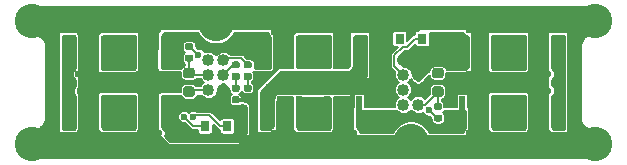
<source format=gbr>
G04 #@! TF.GenerationSoftware,KiCad,Pcbnew,(5.1.4)-1*
G04 #@! TF.CreationDate,2020-09-02T10:31:21-07:00*
G04 #@! TF.ProjectId,SkateLightBackLEDBoard,536b6174-654c-4696-9768-744261636b4c,rev?*
G04 #@! TF.SameCoordinates,Original*
G04 #@! TF.FileFunction,Copper,L1,Top*
G04 #@! TF.FilePolarity,Positive*
%FSLAX46Y46*%
G04 Gerber Fmt 4.6, Leading zero omitted, Abs format (unit mm)*
G04 Created by KiCad (PCBNEW (5.1.4)-1) date 2020-09-02 10:31:21*
%MOMM*%
%LPD*%
G04 APERTURE LIST*
%ADD10R,0.500000X2.700000*%
%ADD11R,1.000000X2.700000*%
%ADD12C,0.100000*%
%ADD13C,0.590000*%
%ADD14C,0.875000*%
%ADD15R,0.800000X0.900000*%
%ADD16C,1.016000*%
%ADD17C,2.921000*%
%ADD18C,0.600000*%
%ADD19C,0.200000*%
%ADD20C,0.500000*%
%ADD21C,0.350000*%
%ADD22C,1.000000*%
%ADD23C,0.152400*%
%ADD24C,0.254000*%
G04 APERTURE END LIST*
D10*
X20400000Y2540000D03*
X17700000Y2540000D03*
D11*
X19050000Y2540000D03*
D10*
X-20400000Y2540000D03*
X-17700000Y2540000D03*
D11*
X-19050000Y2540000D03*
D12*
G36*
X10727958Y-2730710D02*
G01*
X10742276Y-2732834D01*
X10756317Y-2736351D01*
X10769946Y-2741228D01*
X10783031Y-2747417D01*
X10795447Y-2754858D01*
X10807073Y-2763481D01*
X10817798Y-2773202D01*
X10827519Y-2783927D01*
X10836142Y-2795553D01*
X10843583Y-2807969D01*
X10849772Y-2821054D01*
X10854649Y-2834683D01*
X10858166Y-2848724D01*
X10860290Y-2863042D01*
X10861000Y-2877500D01*
X10861000Y-3172500D01*
X10860290Y-3186958D01*
X10858166Y-3201276D01*
X10854649Y-3215317D01*
X10849772Y-3228946D01*
X10843583Y-3242031D01*
X10836142Y-3254447D01*
X10827519Y-3266073D01*
X10817798Y-3276798D01*
X10807073Y-3286519D01*
X10795447Y-3295142D01*
X10783031Y-3302583D01*
X10769946Y-3308772D01*
X10756317Y-3313649D01*
X10742276Y-3317166D01*
X10727958Y-3319290D01*
X10713500Y-3320000D01*
X10368500Y-3320000D01*
X10354042Y-3319290D01*
X10339724Y-3317166D01*
X10325683Y-3313649D01*
X10312054Y-3308772D01*
X10298969Y-3302583D01*
X10286553Y-3295142D01*
X10274927Y-3286519D01*
X10264202Y-3276798D01*
X10254481Y-3266073D01*
X10245858Y-3254447D01*
X10238417Y-3242031D01*
X10232228Y-3228946D01*
X10227351Y-3215317D01*
X10223834Y-3201276D01*
X10221710Y-3186958D01*
X10221000Y-3172500D01*
X10221000Y-2877500D01*
X10221710Y-2863042D01*
X10223834Y-2848724D01*
X10227351Y-2834683D01*
X10232228Y-2821054D01*
X10238417Y-2807969D01*
X10245858Y-2795553D01*
X10254481Y-2783927D01*
X10264202Y-2773202D01*
X10274927Y-2763481D01*
X10286553Y-2754858D01*
X10298969Y-2747417D01*
X10312054Y-2741228D01*
X10325683Y-2736351D01*
X10339724Y-2732834D01*
X10354042Y-2730710D01*
X10368500Y-2730000D01*
X10713500Y-2730000D01*
X10727958Y-2730710D01*
X10727958Y-2730710D01*
G37*
D13*
X10541000Y-3025000D03*
D12*
G36*
X10727958Y-1760710D02*
G01*
X10742276Y-1762834D01*
X10756317Y-1766351D01*
X10769946Y-1771228D01*
X10783031Y-1777417D01*
X10795447Y-1784858D01*
X10807073Y-1793481D01*
X10817798Y-1803202D01*
X10827519Y-1813927D01*
X10836142Y-1825553D01*
X10843583Y-1837969D01*
X10849772Y-1851054D01*
X10854649Y-1864683D01*
X10858166Y-1878724D01*
X10860290Y-1893042D01*
X10861000Y-1907500D01*
X10861000Y-2202500D01*
X10860290Y-2216958D01*
X10858166Y-2231276D01*
X10854649Y-2245317D01*
X10849772Y-2258946D01*
X10843583Y-2272031D01*
X10836142Y-2284447D01*
X10827519Y-2296073D01*
X10817798Y-2306798D01*
X10807073Y-2316519D01*
X10795447Y-2325142D01*
X10783031Y-2332583D01*
X10769946Y-2338772D01*
X10756317Y-2343649D01*
X10742276Y-2347166D01*
X10727958Y-2349290D01*
X10713500Y-2350000D01*
X10368500Y-2350000D01*
X10354042Y-2349290D01*
X10339724Y-2347166D01*
X10325683Y-2343649D01*
X10312054Y-2338772D01*
X10298969Y-2332583D01*
X10286553Y-2325142D01*
X10274927Y-2316519D01*
X10264202Y-2306798D01*
X10254481Y-2296073D01*
X10245858Y-2284447D01*
X10238417Y-2272031D01*
X10232228Y-2258946D01*
X10227351Y-2245317D01*
X10223834Y-2231276D01*
X10221710Y-2216958D01*
X10221000Y-2202500D01*
X10221000Y-1907500D01*
X10221710Y-1893042D01*
X10223834Y-1878724D01*
X10227351Y-1864683D01*
X10232228Y-1851054D01*
X10238417Y-1837969D01*
X10245858Y-1825553D01*
X10254481Y-1813927D01*
X10264202Y-1803202D01*
X10274927Y-1793481D01*
X10286553Y-1784858D01*
X10298969Y-1777417D01*
X10312054Y-1771228D01*
X10325683Y-1766351D01*
X10339724Y-1762834D01*
X10354042Y-1760710D01*
X10368500Y-1760000D01*
X10713500Y-1760000D01*
X10727958Y-1760710D01*
X10727958Y-1760710D01*
G37*
D13*
X10541000Y-2055000D03*
D12*
G36*
X10818691Y-351053D02*
G01*
X10839926Y-354203D01*
X10860750Y-359419D01*
X10880962Y-366651D01*
X10900368Y-375830D01*
X10918781Y-386866D01*
X10936024Y-399654D01*
X10951930Y-414070D01*
X10966346Y-429976D01*
X10979134Y-447219D01*
X10990170Y-465632D01*
X10999349Y-485038D01*
X11006581Y-505250D01*
X11011797Y-526074D01*
X11014947Y-547309D01*
X11016000Y-568750D01*
X11016000Y-1006250D01*
X11014947Y-1027691D01*
X11011797Y-1048926D01*
X11006581Y-1069750D01*
X10999349Y-1089962D01*
X10990170Y-1109368D01*
X10979134Y-1127781D01*
X10966346Y-1145024D01*
X10951930Y-1160930D01*
X10936024Y-1175346D01*
X10918781Y-1188134D01*
X10900368Y-1199170D01*
X10880962Y-1208349D01*
X10860750Y-1215581D01*
X10839926Y-1220797D01*
X10818691Y-1223947D01*
X10797250Y-1225000D01*
X10284750Y-1225000D01*
X10263309Y-1223947D01*
X10242074Y-1220797D01*
X10221250Y-1215581D01*
X10201038Y-1208349D01*
X10181632Y-1199170D01*
X10163219Y-1188134D01*
X10145976Y-1175346D01*
X10130070Y-1160930D01*
X10115654Y-1145024D01*
X10102866Y-1127781D01*
X10091830Y-1109368D01*
X10082651Y-1089962D01*
X10075419Y-1069750D01*
X10070203Y-1048926D01*
X10067053Y-1027691D01*
X10066000Y-1006250D01*
X10066000Y-568750D01*
X10067053Y-547309D01*
X10070203Y-526074D01*
X10075419Y-505250D01*
X10082651Y-485038D01*
X10091830Y-465632D01*
X10102866Y-447219D01*
X10115654Y-429976D01*
X10130070Y-414070D01*
X10145976Y-399654D01*
X10163219Y-386866D01*
X10181632Y-375830D01*
X10201038Y-366651D01*
X10221250Y-359419D01*
X10242074Y-354203D01*
X10263309Y-351053D01*
X10284750Y-350000D01*
X10797250Y-350000D01*
X10818691Y-351053D01*
X10818691Y-351053D01*
G37*
D14*
X10541000Y-787500D03*
D12*
G36*
X10818691Y1223947D02*
G01*
X10839926Y1220797D01*
X10860750Y1215581D01*
X10880962Y1208349D01*
X10900368Y1199170D01*
X10918781Y1188134D01*
X10936024Y1175346D01*
X10951930Y1160930D01*
X10966346Y1145024D01*
X10979134Y1127781D01*
X10990170Y1109368D01*
X10999349Y1089962D01*
X11006581Y1069750D01*
X11011797Y1048926D01*
X11014947Y1027691D01*
X11016000Y1006250D01*
X11016000Y568750D01*
X11014947Y547309D01*
X11011797Y526074D01*
X11006581Y505250D01*
X10999349Y485038D01*
X10990170Y465632D01*
X10979134Y447219D01*
X10966346Y429976D01*
X10951930Y414070D01*
X10936024Y399654D01*
X10918781Y386866D01*
X10900368Y375830D01*
X10880962Y366651D01*
X10860750Y359419D01*
X10839926Y354203D01*
X10818691Y351053D01*
X10797250Y350000D01*
X10284750Y350000D01*
X10263309Y351053D01*
X10242074Y354203D01*
X10221250Y359419D01*
X10201038Y366651D01*
X10181632Y375830D01*
X10163219Y386866D01*
X10145976Y399654D01*
X10130070Y414070D01*
X10115654Y429976D01*
X10102866Y447219D01*
X10091830Y465632D01*
X10082651Y485038D01*
X10075419Y505250D01*
X10070203Y526074D01*
X10067053Y547309D01*
X10066000Y568750D01*
X10066000Y1006250D01*
X10067053Y1027691D01*
X10070203Y1048926D01*
X10075419Y1069750D01*
X10082651Y1089962D01*
X10091830Y1109368D01*
X10102866Y1127781D01*
X10115654Y1145024D01*
X10130070Y1160930D01*
X10145976Y1175346D01*
X10163219Y1188134D01*
X10181632Y1199170D01*
X10201038Y1208349D01*
X10221250Y1215581D01*
X10242074Y1220797D01*
X10263309Y1223947D01*
X10284750Y1225000D01*
X10797250Y1225000D01*
X10818691Y1223947D01*
X10818691Y1223947D01*
G37*
D14*
X10541000Y787500D03*
D15*
X8255000Y5699000D03*
X9205000Y3699000D03*
X7305000Y3699000D03*
D16*
X7620000Y-1905000D03*
X8890000Y-1905000D03*
X7620000Y-635000D03*
X8890000Y-635000D03*
X7620000Y635000D03*
X8890000Y635000D03*
X7620000Y1905000D03*
X8890000Y1905000D03*
D17*
X8255000Y-4953000D03*
X-8255000Y4953000D03*
D16*
X-8890000Y-1905000D03*
X-7620000Y-1905000D03*
X-8890000Y-635000D03*
X-7620000Y-635000D03*
X-8890000Y635000D03*
X-7620000Y635000D03*
X-8890000Y1905000D03*
X-7620000Y1905000D03*
D17*
X23812500Y5207000D03*
X23812500Y-5207000D03*
X-23812500Y5207000D03*
X-23812500Y-5207000D03*
D15*
X-8255000Y-5699000D03*
X-9205000Y-3699000D03*
X-7305000Y-3699000D03*
D12*
G36*
X-5373702Y1762850D02*
G01*
X-5359384Y1760726D01*
X-5345343Y1757209D01*
X-5331714Y1752332D01*
X-5318629Y1746143D01*
X-5306213Y1738702D01*
X-5294587Y1730079D01*
X-5283862Y1720358D01*
X-5274141Y1709633D01*
X-5265518Y1698007D01*
X-5258077Y1685591D01*
X-5251888Y1672506D01*
X-5247011Y1658877D01*
X-5243494Y1644836D01*
X-5241370Y1630518D01*
X-5240660Y1616060D01*
X-5240660Y1321060D01*
X-5241370Y1306602D01*
X-5243494Y1292284D01*
X-5247011Y1278243D01*
X-5251888Y1264614D01*
X-5258077Y1251529D01*
X-5265518Y1239113D01*
X-5274141Y1227487D01*
X-5283862Y1216762D01*
X-5294587Y1207041D01*
X-5306213Y1198418D01*
X-5318629Y1190977D01*
X-5331714Y1184788D01*
X-5345343Y1179911D01*
X-5359384Y1176394D01*
X-5373702Y1174270D01*
X-5388160Y1173560D01*
X-5733160Y1173560D01*
X-5747618Y1174270D01*
X-5761936Y1176394D01*
X-5775977Y1179911D01*
X-5789606Y1184788D01*
X-5802691Y1190977D01*
X-5815107Y1198418D01*
X-5826733Y1207041D01*
X-5837458Y1216762D01*
X-5847179Y1227487D01*
X-5855802Y1239113D01*
X-5863243Y1251529D01*
X-5869432Y1264614D01*
X-5874309Y1278243D01*
X-5877826Y1292284D01*
X-5879950Y1306602D01*
X-5880660Y1321060D01*
X-5880660Y1616060D01*
X-5879950Y1630518D01*
X-5877826Y1644836D01*
X-5874309Y1658877D01*
X-5869432Y1672506D01*
X-5863243Y1685591D01*
X-5855802Y1698007D01*
X-5847179Y1709633D01*
X-5837458Y1720358D01*
X-5826733Y1730079D01*
X-5815107Y1738702D01*
X-5802691Y1746143D01*
X-5789606Y1752332D01*
X-5775977Y1757209D01*
X-5761936Y1760726D01*
X-5747618Y1762850D01*
X-5733160Y1763560D01*
X-5388160Y1763560D01*
X-5373702Y1762850D01*
X-5373702Y1762850D01*
G37*
D13*
X-5560660Y1468560D03*
D12*
G36*
X-5373702Y792850D02*
G01*
X-5359384Y790726D01*
X-5345343Y787209D01*
X-5331714Y782332D01*
X-5318629Y776143D01*
X-5306213Y768702D01*
X-5294587Y760079D01*
X-5283862Y750358D01*
X-5274141Y739633D01*
X-5265518Y728007D01*
X-5258077Y715591D01*
X-5251888Y702506D01*
X-5247011Y688877D01*
X-5243494Y674836D01*
X-5241370Y660518D01*
X-5240660Y646060D01*
X-5240660Y351060D01*
X-5241370Y336602D01*
X-5243494Y322284D01*
X-5247011Y308243D01*
X-5251888Y294614D01*
X-5258077Y281529D01*
X-5265518Y269113D01*
X-5274141Y257487D01*
X-5283862Y246762D01*
X-5294587Y237041D01*
X-5306213Y228418D01*
X-5318629Y220977D01*
X-5331714Y214788D01*
X-5345343Y209911D01*
X-5359384Y206394D01*
X-5373702Y204270D01*
X-5388160Y203560D01*
X-5733160Y203560D01*
X-5747618Y204270D01*
X-5761936Y206394D01*
X-5775977Y209911D01*
X-5789606Y214788D01*
X-5802691Y220977D01*
X-5815107Y228418D01*
X-5826733Y237041D01*
X-5837458Y246762D01*
X-5847179Y257487D01*
X-5855802Y269113D01*
X-5863243Y281529D01*
X-5869432Y294614D01*
X-5874309Y308243D01*
X-5877826Y322284D01*
X-5879950Y336602D01*
X-5880660Y351060D01*
X-5880660Y646060D01*
X-5879950Y660518D01*
X-5877826Y674836D01*
X-5874309Y688877D01*
X-5869432Y702506D01*
X-5863243Y715591D01*
X-5855802Y728007D01*
X-5847179Y739633D01*
X-5837458Y750358D01*
X-5826733Y760079D01*
X-5815107Y768702D01*
X-5802691Y776143D01*
X-5789606Y782332D01*
X-5775977Y787209D01*
X-5761936Y790726D01*
X-5747618Y792850D01*
X-5733160Y793560D01*
X-5388160Y793560D01*
X-5373702Y792850D01*
X-5373702Y792850D01*
G37*
D13*
X-5560660Y498560D03*
D12*
G36*
X-6389702Y1762850D02*
G01*
X-6375384Y1760726D01*
X-6361343Y1757209D01*
X-6347714Y1752332D01*
X-6334629Y1746143D01*
X-6322213Y1738702D01*
X-6310587Y1730079D01*
X-6299862Y1720358D01*
X-6290141Y1709633D01*
X-6281518Y1698007D01*
X-6274077Y1685591D01*
X-6267888Y1672506D01*
X-6263011Y1658877D01*
X-6259494Y1644836D01*
X-6257370Y1630518D01*
X-6256660Y1616060D01*
X-6256660Y1321060D01*
X-6257370Y1306602D01*
X-6259494Y1292284D01*
X-6263011Y1278243D01*
X-6267888Y1264614D01*
X-6274077Y1251529D01*
X-6281518Y1239113D01*
X-6290141Y1227487D01*
X-6299862Y1216762D01*
X-6310587Y1207041D01*
X-6322213Y1198418D01*
X-6334629Y1190977D01*
X-6347714Y1184788D01*
X-6361343Y1179911D01*
X-6375384Y1176394D01*
X-6389702Y1174270D01*
X-6404160Y1173560D01*
X-6749160Y1173560D01*
X-6763618Y1174270D01*
X-6777936Y1176394D01*
X-6791977Y1179911D01*
X-6805606Y1184788D01*
X-6818691Y1190977D01*
X-6831107Y1198418D01*
X-6842733Y1207041D01*
X-6853458Y1216762D01*
X-6863179Y1227487D01*
X-6871802Y1239113D01*
X-6879243Y1251529D01*
X-6885432Y1264614D01*
X-6890309Y1278243D01*
X-6893826Y1292284D01*
X-6895950Y1306602D01*
X-6896660Y1321060D01*
X-6896660Y1616060D01*
X-6895950Y1630518D01*
X-6893826Y1644836D01*
X-6890309Y1658877D01*
X-6885432Y1672506D01*
X-6879243Y1685591D01*
X-6871802Y1698007D01*
X-6863179Y1709633D01*
X-6853458Y1720358D01*
X-6842733Y1730079D01*
X-6831107Y1738702D01*
X-6818691Y1746143D01*
X-6805606Y1752332D01*
X-6791977Y1757209D01*
X-6777936Y1760726D01*
X-6763618Y1762850D01*
X-6749160Y1763560D01*
X-6404160Y1763560D01*
X-6389702Y1762850D01*
X-6389702Y1762850D01*
G37*
D13*
X-6576660Y1468560D03*
D12*
G36*
X-6389702Y792850D02*
G01*
X-6375384Y790726D01*
X-6361343Y787209D01*
X-6347714Y782332D01*
X-6334629Y776143D01*
X-6322213Y768702D01*
X-6310587Y760079D01*
X-6299862Y750358D01*
X-6290141Y739633D01*
X-6281518Y728007D01*
X-6274077Y715591D01*
X-6267888Y702506D01*
X-6263011Y688877D01*
X-6259494Y674836D01*
X-6257370Y660518D01*
X-6256660Y646060D01*
X-6256660Y351060D01*
X-6257370Y336602D01*
X-6259494Y322284D01*
X-6263011Y308243D01*
X-6267888Y294614D01*
X-6274077Y281529D01*
X-6281518Y269113D01*
X-6290141Y257487D01*
X-6299862Y246762D01*
X-6310587Y237041D01*
X-6322213Y228418D01*
X-6334629Y220977D01*
X-6347714Y214788D01*
X-6361343Y209911D01*
X-6375384Y206394D01*
X-6389702Y204270D01*
X-6404160Y203560D01*
X-6749160Y203560D01*
X-6763618Y204270D01*
X-6777936Y206394D01*
X-6791977Y209911D01*
X-6805606Y214788D01*
X-6818691Y220977D01*
X-6831107Y228418D01*
X-6842733Y237041D01*
X-6853458Y246762D01*
X-6863179Y257487D01*
X-6871802Y269113D01*
X-6879243Y281529D01*
X-6885432Y294614D01*
X-6890309Y308243D01*
X-6893826Y322284D01*
X-6895950Y336602D01*
X-6896660Y351060D01*
X-6896660Y646060D01*
X-6895950Y660518D01*
X-6893826Y674836D01*
X-6890309Y688877D01*
X-6885432Y702506D01*
X-6879243Y715591D01*
X-6871802Y728007D01*
X-6863179Y739633D01*
X-6853458Y750358D01*
X-6842733Y760079D01*
X-6831107Y768702D01*
X-6818691Y776143D01*
X-6805606Y782332D01*
X-6791977Y787209D01*
X-6777936Y790726D01*
X-6763618Y792850D01*
X-6749160Y793560D01*
X-6404160Y793560D01*
X-6389702Y792850D01*
X-6389702Y792850D01*
G37*
D13*
X-6576660Y498560D03*
D12*
G36*
X-10263309Y1223947D02*
G01*
X-10242074Y1220797D01*
X-10221250Y1215581D01*
X-10201038Y1208349D01*
X-10181632Y1199170D01*
X-10163219Y1188134D01*
X-10145976Y1175346D01*
X-10130070Y1160930D01*
X-10115654Y1145024D01*
X-10102866Y1127781D01*
X-10091830Y1109368D01*
X-10082651Y1089962D01*
X-10075419Y1069750D01*
X-10070203Y1048926D01*
X-10067053Y1027691D01*
X-10066000Y1006250D01*
X-10066000Y568750D01*
X-10067053Y547309D01*
X-10070203Y526074D01*
X-10075419Y505250D01*
X-10082651Y485038D01*
X-10091830Y465632D01*
X-10102866Y447219D01*
X-10115654Y429976D01*
X-10130070Y414070D01*
X-10145976Y399654D01*
X-10163219Y386866D01*
X-10181632Y375830D01*
X-10201038Y366651D01*
X-10221250Y359419D01*
X-10242074Y354203D01*
X-10263309Y351053D01*
X-10284750Y350000D01*
X-10797250Y350000D01*
X-10818691Y351053D01*
X-10839926Y354203D01*
X-10860750Y359419D01*
X-10880962Y366651D01*
X-10900368Y375830D01*
X-10918781Y386866D01*
X-10936024Y399654D01*
X-10951930Y414070D01*
X-10966346Y429976D01*
X-10979134Y447219D01*
X-10990170Y465632D01*
X-10999349Y485038D01*
X-11006581Y505250D01*
X-11011797Y526074D01*
X-11014947Y547309D01*
X-11016000Y568750D01*
X-11016000Y1006250D01*
X-11014947Y1027691D01*
X-11011797Y1048926D01*
X-11006581Y1069750D01*
X-10999349Y1089962D01*
X-10990170Y1109368D01*
X-10979134Y1127781D01*
X-10966346Y1145024D01*
X-10951930Y1160930D01*
X-10936024Y1175346D01*
X-10918781Y1188134D01*
X-10900368Y1199170D01*
X-10880962Y1208349D01*
X-10860750Y1215581D01*
X-10839926Y1220797D01*
X-10818691Y1223947D01*
X-10797250Y1225000D01*
X-10284750Y1225000D01*
X-10263309Y1223947D01*
X-10263309Y1223947D01*
G37*
D14*
X-10541000Y787500D03*
D12*
G36*
X-10263309Y-351053D02*
G01*
X-10242074Y-354203D01*
X-10221250Y-359419D01*
X-10201038Y-366651D01*
X-10181632Y-375830D01*
X-10163219Y-386866D01*
X-10145976Y-399654D01*
X-10130070Y-414070D01*
X-10115654Y-429976D01*
X-10102866Y-447219D01*
X-10091830Y-465632D01*
X-10082651Y-485038D01*
X-10075419Y-505250D01*
X-10070203Y-526074D01*
X-10067053Y-547309D01*
X-10066000Y-568750D01*
X-10066000Y-1006250D01*
X-10067053Y-1027691D01*
X-10070203Y-1048926D01*
X-10075419Y-1069750D01*
X-10082651Y-1089962D01*
X-10091830Y-1109368D01*
X-10102866Y-1127781D01*
X-10115654Y-1145024D01*
X-10130070Y-1160930D01*
X-10145976Y-1175346D01*
X-10163219Y-1188134D01*
X-10181632Y-1199170D01*
X-10201038Y-1208349D01*
X-10221250Y-1215581D01*
X-10242074Y-1220797D01*
X-10263309Y-1223947D01*
X-10284750Y-1225000D01*
X-10797250Y-1225000D01*
X-10818691Y-1223947D01*
X-10839926Y-1220797D01*
X-10860750Y-1215581D01*
X-10880962Y-1208349D01*
X-10900368Y-1199170D01*
X-10918781Y-1188134D01*
X-10936024Y-1175346D01*
X-10951930Y-1160930D01*
X-10966346Y-1145024D01*
X-10979134Y-1127781D01*
X-10990170Y-1109368D01*
X-10999349Y-1089962D01*
X-11006581Y-1069750D01*
X-11011797Y-1048926D01*
X-11014947Y-1027691D01*
X-11016000Y-1006250D01*
X-11016000Y-568750D01*
X-11014947Y-547309D01*
X-11011797Y-526074D01*
X-11006581Y-505250D01*
X-10999349Y-485038D01*
X-10990170Y-465632D01*
X-10979134Y-447219D01*
X-10966346Y-429976D01*
X-10951930Y-414070D01*
X-10936024Y-399654D01*
X-10918781Y-386866D01*
X-10900368Y-375830D01*
X-10880962Y-366651D01*
X-10860750Y-359419D01*
X-10839926Y-354203D01*
X-10818691Y-351053D01*
X-10797250Y-350000D01*
X-10284750Y-350000D01*
X-10263309Y-351053D01*
X-10263309Y-351053D01*
G37*
D14*
X-10541000Y-787500D03*
D12*
G36*
X-10354042Y3319290D02*
G01*
X-10339724Y3317166D01*
X-10325683Y3313649D01*
X-10312054Y3308772D01*
X-10298969Y3302583D01*
X-10286553Y3295142D01*
X-10274927Y3286519D01*
X-10264202Y3276798D01*
X-10254481Y3266073D01*
X-10245858Y3254447D01*
X-10238417Y3242031D01*
X-10232228Y3228946D01*
X-10227351Y3215317D01*
X-10223834Y3201276D01*
X-10221710Y3186958D01*
X-10221000Y3172500D01*
X-10221000Y2877500D01*
X-10221710Y2863042D01*
X-10223834Y2848724D01*
X-10227351Y2834683D01*
X-10232228Y2821054D01*
X-10238417Y2807969D01*
X-10245858Y2795553D01*
X-10254481Y2783927D01*
X-10264202Y2773202D01*
X-10274927Y2763481D01*
X-10286553Y2754858D01*
X-10298969Y2747417D01*
X-10312054Y2741228D01*
X-10325683Y2736351D01*
X-10339724Y2732834D01*
X-10354042Y2730710D01*
X-10368500Y2730000D01*
X-10713500Y2730000D01*
X-10727958Y2730710D01*
X-10742276Y2732834D01*
X-10756317Y2736351D01*
X-10769946Y2741228D01*
X-10783031Y2747417D01*
X-10795447Y2754858D01*
X-10807073Y2763481D01*
X-10817798Y2773202D01*
X-10827519Y2783927D01*
X-10836142Y2795553D01*
X-10843583Y2807969D01*
X-10849772Y2821054D01*
X-10854649Y2834683D01*
X-10858166Y2848724D01*
X-10860290Y2863042D01*
X-10861000Y2877500D01*
X-10861000Y3172500D01*
X-10860290Y3186958D01*
X-10858166Y3201276D01*
X-10854649Y3215317D01*
X-10849772Y3228946D01*
X-10843583Y3242031D01*
X-10836142Y3254447D01*
X-10827519Y3266073D01*
X-10817798Y3276798D01*
X-10807073Y3286519D01*
X-10795447Y3295142D01*
X-10783031Y3302583D01*
X-10769946Y3308772D01*
X-10756317Y3313649D01*
X-10742276Y3317166D01*
X-10727958Y3319290D01*
X-10713500Y3320000D01*
X-10368500Y3320000D01*
X-10354042Y3319290D01*
X-10354042Y3319290D01*
G37*
D13*
X-10541000Y3025000D03*
D12*
G36*
X-10354042Y2349290D02*
G01*
X-10339724Y2347166D01*
X-10325683Y2343649D01*
X-10312054Y2338772D01*
X-10298969Y2332583D01*
X-10286553Y2325142D01*
X-10274927Y2316519D01*
X-10264202Y2306798D01*
X-10254481Y2296073D01*
X-10245858Y2284447D01*
X-10238417Y2272031D01*
X-10232228Y2258946D01*
X-10227351Y2245317D01*
X-10223834Y2231276D01*
X-10221710Y2216958D01*
X-10221000Y2202500D01*
X-10221000Y1907500D01*
X-10221710Y1893042D01*
X-10223834Y1878724D01*
X-10227351Y1864683D01*
X-10232228Y1851054D01*
X-10238417Y1837969D01*
X-10245858Y1825553D01*
X-10254481Y1813927D01*
X-10264202Y1803202D01*
X-10274927Y1793481D01*
X-10286553Y1784858D01*
X-10298969Y1777417D01*
X-10312054Y1771228D01*
X-10325683Y1766351D01*
X-10339724Y1762834D01*
X-10354042Y1760710D01*
X-10368500Y1760000D01*
X-10713500Y1760000D01*
X-10727958Y1760710D01*
X-10742276Y1762834D01*
X-10756317Y1766351D01*
X-10769946Y1771228D01*
X-10783031Y1777417D01*
X-10795447Y1784858D01*
X-10807073Y1793481D01*
X-10817798Y1803202D01*
X-10827519Y1813927D01*
X-10836142Y1825553D01*
X-10843583Y1837969D01*
X-10849772Y1851054D01*
X-10854649Y1864683D01*
X-10858166Y1878724D01*
X-10860290Y1893042D01*
X-10861000Y1907500D01*
X-10861000Y2202500D01*
X-10860290Y2216958D01*
X-10858166Y2231276D01*
X-10854649Y2245317D01*
X-10849772Y2258946D01*
X-10843583Y2272031D01*
X-10836142Y2284447D01*
X-10827519Y2296073D01*
X-10817798Y2306798D01*
X-10807073Y2316519D01*
X-10795447Y2325142D01*
X-10783031Y2332583D01*
X-10769946Y2338772D01*
X-10756317Y2343649D01*
X-10742276Y2347166D01*
X-10727958Y2349290D01*
X-10713500Y2350000D01*
X-10368500Y2350000D01*
X-10354042Y2349290D01*
X-10354042Y2349290D01*
G37*
D13*
X-10541000Y2055000D03*
D12*
G36*
X-5373702Y-1175650D02*
G01*
X-5359384Y-1177774D01*
X-5345343Y-1181291D01*
X-5331714Y-1186168D01*
X-5318629Y-1192357D01*
X-5306213Y-1199798D01*
X-5294587Y-1208421D01*
X-5283862Y-1218142D01*
X-5274141Y-1228867D01*
X-5265518Y-1240493D01*
X-5258077Y-1252909D01*
X-5251888Y-1265994D01*
X-5247011Y-1279623D01*
X-5243494Y-1293664D01*
X-5241370Y-1307982D01*
X-5240660Y-1322440D01*
X-5240660Y-1617440D01*
X-5241370Y-1631898D01*
X-5243494Y-1646216D01*
X-5247011Y-1660257D01*
X-5251888Y-1673886D01*
X-5258077Y-1686971D01*
X-5265518Y-1699387D01*
X-5274141Y-1711013D01*
X-5283862Y-1721738D01*
X-5294587Y-1731459D01*
X-5306213Y-1740082D01*
X-5318629Y-1747523D01*
X-5331714Y-1753712D01*
X-5345343Y-1758589D01*
X-5359384Y-1762106D01*
X-5373702Y-1764230D01*
X-5388160Y-1764940D01*
X-5733160Y-1764940D01*
X-5747618Y-1764230D01*
X-5761936Y-1762106D01*
X-5775977Y-1758589D01*
X-5789606Y-1753712D01*
X-5802691Y-1747523D01*
X-5815107Y-1740082D01*
X-5826733Y-1731459D01*
X-5837458Y-1721738D01*
X-5847179Y-1711013D01*
X-5855802Y-1699387D01*
X-5863243Y-1686971D01*
X-5869432Y-1673886D01*
X-5874309Y-1660257D01*
X-5877826Y-1646216D01*
X-5879950Y-1631898D01*
X-5880660Y-1617440D01*
X-5880660Y-1322440D01*
X-5879950Y-1307982D01*
X-5877826Y-1293664D01*
X-5874309Y-1279623D01*
X-5869432Y-1265994D01*
X-5863243Y-1252909D01*
X-5855802Y-1240493D01*
X-5847179Y-1228867D01*
X-5837458Y-1218142D01*
X-5826733Y-1208421D01*
X-5815107Y-1199798D01*
X-5802691Y-1192357D01*
X-5789606Y-1186168D01*
X-5775977Y-1181291D01*
X-5761936Y-1177774D01*
X-5747618Y-1175650D01*
X-5733160Y-1174940D01*
X-5388160Y-1174940D01*
X-5373702Y-1175650D01*
X-5373702Y-1175650D01*
G37*
D13*
X-5560660Y-1469940D03*
D12*
G36*
X-5373702Y-205650D02*
G01*
X-5359384Y-207774D01*
X-5345343Y-211291D01*
X-5331714Y-216168D01*
X-5318629Y-222357D01*
X-5306213Y-229798D01*
X-5294587Y-238421D01*
X-5283862Y-248142D01*
X-5274141Y-258867D01*
X-5265518Y-270493D01*
X-5258077Y-282909D01*
X-5251888Y-295994D01*
X-5247011Y-309623D01*
X-5243494Y-323664D01*
X-5241370Y-337982D01*
X-5240660Y-352440D01*
X-5240660Y-647440D01*
X-5241370Y-661898D01*
X-5243494Y-676216D01*
X-5247011Y-690257D01*
X-5251888Y-703886D01*
X-5258077Y-716971D01*
X-5265518Y-729387D01*
X-5274141Y-741013D01*
X-5283862Y-751738D01*
X-5294587Y-761459D01*
X-5306213Y-770082D01*
X-5318629Y-777523D01*
X-5331714Y-783712D01*
X-5345343Y-788589D01*
X-5359384Y-792106D01*
X-5373702Y-794230D01*
X-5388160Y-794940D01*
X-5733160Y-794940D01*
X-5747618Y-794230D01*
X-5761936Y-792106D01*
X-5775977Y-788589D01*
X-5789606Y-783712D01*
X-5802691Y-777523D01*
X-5815107Y-770082D01*
X-5826733Y-761459D01*
X-5837458Y-751738D01*
X-5847179Y-741013D01*
X-5855802Y-729387D01*
X-5863243Y-716971D01*
X-5869432Y-703886D01*
X-5874309Y-690257D01*
X-5877826Y-676216D01*
X-5879950Y-661898D01*
X-5880660Y-647440D01*
X-5880660Y-352440D01*
X-5879950Y-337982D01*
X-5877826Y-323664D01*
X-5874309Y-309623D01*
X-5869432Y-295994D01*
X-5863243Y-282909D01*
X-5855802Y-270493D01*
X-5847179Y-258867D01*
X-5837458Y-248142D01*
X-5826733Y-238421D01*
X-5815107Y-229798D01*
X-5802691Y-222357D01*
X-5789606Y-216168D01*
X-5775977Y-211291D01*
X-5761936Y-207774D01*
X-5747618Y-205650D01*
X-5733160Y-204940D01*
X-5388160Y-204940D01*
X-5373702Y-205650D01*
X-5373702Y-205650D01*
G37*
D13*
X-5560660Y-499940D03*
D12*
G36*
X-6389702Y-1175650D02*
G01*
X-6375384Y-1177774D01*
X-6361343Y-1181291D01*
X-6347714Y-1186168D01*
X-6334629Y-1192357D01*
X-6322213Y-1199798D01*
X-6310587Y-1208421D01*
X-6299862Y-1218142D01*
X-6290141Y-1228867D01*
X-6281518Y-1240493D01*
X-6274077Y-1252909D01*
X-6267888Y-1265994D01*
X-6263011Y-1279623D01*
X-6259494Y-1293664D01*
X-6257370Y-1307982D01*
X-6256660Y-1322440D01*
X-6256660Y-1617440D01*
X-6257370Y-1631898D01*
X-6259494Y-1646216D01*
X-6263011Y-1660257D01*
X-6267888Y-1673886D01*
X-6274077Y-1686971D01*
X-6281518Y-1699387D01*
X-6290141Y-1711013D01*
X-6299862Y-1721738D01*
X-6310587Y-1731459D01*
X-6322213Y-1740082D01*
X-6334629Y-1747523D01*
X-6347714Y-1753712D01*
X-6361343Y-1758589D01*
X-6375384Y-1762106D01*
X-6389702Y-1764230D01*
X-6404160Y-1764940D01*
X-6749160Y-1764940D01*
X-6763618Y-1764230D01*
X-6777936Y-1762106D01*
X-6791977Y-1758589D01*
X-6805606Y-1753712D01*
X-6818691Y-1747523D01*
X-6831107Y-1740082D01*
X-6842733Y-1731459D01*
X-6853458Y-1721738D01*
X-6863179Y-1711013D01*
X-6871802Y-1699387D01*
X-6879243Y-1686971D01*
X-6885432Y-1673886D01*
X-6890309Y-1660257D01*
X-6893826Y-1646216D01*
X-6895950Y-1631898D01*
X-6896660Y-1617440D01*
X-6896660Y-1322440D01*
X-6895950Y-1307982D01*
X-6893826Y-1293664D01*
X-6890309Y-1279623D01*
X-6885432Y-1265994D01*
X-6879243Y-1252909D01*
X-6871802Y-1240493D01*
X-6863179Y-1228867D01*
X-6853458Y-1218142D01*
X-6842733Y-1208421D01*
X-6831107Y-1199798D01*
X-6818691Y-1192357D01*
X-6805606Y-1186168D01*
X-6791977Y-1181291D01*
X-6777936Y-1177774D01*
X-6763618Y-1175650D01*
X-6749160Y-1174940D01*
X-6404160Y-1174940D01*
X-6389702Y-1175650D01*
X-6389702Y-1175650D01*
G37*
D13*
X-6576660Y-1469940D03*
D12*
G36*
X-6389702Y-205650D02*
G01*
X-6375384Y-207774D01*
X-6361343Y-211291D01*
X-6347714Y-216168D01*
X-6334629Y-222357D01*
X-6322213Y-229798D01*
X-6310587Y-238421D01*
X-6299862Y-248142D01*
X-6290141Y-258867D01*
X-6281518Y-270493D01*
X-6274077Y-282909D01*
X-6267888Y-295994D01*
X-6263011Y-309623D01*
X-6259494Y-323664D01*
X-6257370Y-337982D01*
X-6256660Y-352440D01*
X-6256660Y-647440D01*
X-6257370Y-661898D01*
X-6259494Y-676216D01*
X-6263011Y-690257D01*
X-6267888Y-703886D01*
X-6274077Y-716971D01*
X-6281518Y-729387D01*
X-6290141Y-741013D01*
X-6299862Y-751738D01*
X-6310587Y-761459D01*
X-6322213Y-770082D01*
X-6334629Y-777523D01*
X-6347714Y-783712D01*
X-6361343Y-788589D01*
X-6375384Y-792106D01*
X-6389702Y-794230D01*
X-6404160Y-794940D01*
X-6749160Y-794940D01*
X-6763618Y-794230D01*
X-6777936Y-792106D01*
X-6791977Y-788589D01*
X-6805606Y-783712D01*
X-6818691Y-777523D01*
X-6831107Y-770082D01*
X-6842733Y-761459D01*
X-6853458Y-751738D01*
X-6863179Y-741013D01*
X-6871802Y-729387D01*
X-6879243Y-716971D01*
X-6885432Y-703886D01*
X-6890309Y-690257D01*
X-6893826Y-676216D01*
X-6895950Y-661898D01*
X-6896660Y-647440D01*
X-6896660Y-352440D01*
X-6895950Y-337982D01*
X-6893826Y-323664D01*
X-6890309Y-309623D01*
X-6885432Y-295994D01*
X-6879243Y-282909D01*
X-6871802Y-270493D01*
X-6863179Y-258867D01*
X-6853458Y-248142D01*
X-6842733Y-238421D01*
X-6831107Y-229798D01*
X-6818691Y-222357D01*
X-6805606Y-216168D01*
X-6791977Y-211291D01*
X-6777936Y-207774D01*
X-6763618Y-205650D01*
X-6749160Y-204940D01*
X-6404160Y-204940D01*
X-6389702Y-205650D01*
X-6389702Y-205650D01*
G37*
D13*
X-6576660Y-499940D03*
D10*
X-12620000Y-2540000D03*
X-15320000Y-2540000D03*
D11*
X-13970000Y-2540000D03*
D10*
X-17700000Y-2540000D03*
X-20400000Y-2540000D03*
D11*
X-19050000Y-2540000D03*
D10*
X-15320000Y2540000D03*
X-12620000Y2540000D03*
D11*
X-13970000Y2540000D03*
D10*
X-3890000Y2540000D03*
X-1190000Y2540000D03*
D11*
X-2540000Y2540000D03*
D10*
X1190000Y2540000D03*
X3890000Y2540000D03*
D11*
X2540000Y2540000D03*
D10*
X-3890000Y-2540000D03*
X-1190000Y-2540000D03*
D11*
X-2540000Y-2540000D03*
D10*
X1190000Y-2540000D03*
X3890000Y-2540000D03*
D11*
X2540000Y-2540000D03*
D10*
X12620000Y-2540000D03*
X15320000Y-2540000D03*
D11*
X13970000Y-2540000D03*
D10*
X17700000Y-2540000D03*
X20400000Y-2540000D03*
D11*
X19050000Y-2540000D03*
D10*
X15320000Y2540000D03*
X12620000Y2540000D03*
D11*
X13970000Y2540000D03*
D18*
X13200000Y700000D03*
X14800000Y700000D03*
X14800000Y-700000D03*
X13200000Y-700000D03*
X18300000Y-700000D03*
X19900000Y-700000D03*
X-8255000Y-5715000D03*
X8255000Y5715000D03*
X-19050000Y5715000D03*
X-19050000Y-5715000D03*
X-13970000Y-5715000D03*
X-2540000Y-5715000D03*
X2540000Y-5715000D03*
X-2540000Y5715000D03*
X2540000Y5715000D03*
X13970000Y5715000D03*
X19050000Y5715000D03*
X19050000Y-5715000D03*
X13970000Y-5715000D03*
X-13970000Y5715000D03*
X-19050000Y0D03*
X-13970000Y0D03*
X13970000Y0D03*
X19050000Y0D03*
X22225000Y0D03*
X-22225000Y0D03*
X16510000Y5715000D03*
X11430000Y5715000D03*
X5080000Y5715000D03*
X0Y5715000D03*
X-5080000Y5715000D03*
X-11430000Y5715000D03*
X-16510000Y5715000D03*
X-21590000Y5715000D03*
X-21590000Y-5715000D03*
X-16510000Y-5715000D03*
X-11430000Y-5715000D03*
X0Y-5715000D03*
X5080000Y-5715000D03*
X11430000Y-5715000D03*
X16510000Y-5715000D03*
X21590000Y-5715000D03*
X21590000Y5715000D03*
X-16510000Y0D03*
X-22225000Y1905000D03*
X-22225000Y-1905000D03*
X-1700000Y4300000D03*
X1800000Y4400000D03*
X5715000Y3175000D03*
X16510000Y0D03*
X18300000Y700000D03*
X18300000Y4400000D03*
X22225000Y1905000D03*
X22225000Y-1905000D03*
X-4445000Y0D03*
X5334000Y-1651000D03*
X9781540Y-2372360D03*
X-9743440Y2352040D03*
X-3300000Y4300000D03*
X3300000Y4400000D03*
X-5080000Y-5715000D03*
X19900000Y700000D03*
X19900000Y4400000D03*
X13200000Y-4300000D03*
X14800000Y-4300000D03*
X18300000Y-4300000D03*
X19900000Y-4300000D03*
X13200000Y4400000D03*
X14800000Y4400000D03*
X3400000Y-4300000D03*
X1800000Y-4300000D03*
X-1700000Y-4300000D03*
X-3300000Y-4300000D03*
X-14800000Y700000D03*
X-14700000Y4400000D03*
X-18200000Y4300000D03*
X-19900000Y700000D03*
X-19800000Y4300000D03*
X-13200000Y4400000D03*
X-18200000Y-700000D03*
X-13100000Y-700000D03*
X-18300000Y700000D03*
X-14700000Y-700000D03*
X-19800000Y-700000D03*
X-19800000Y-4300000D03*
X-18200000Y-4300000D03*
X-13100000Y-4300000D03*
X-13200000Y700000D03*
X-14700000Y-4300000D03*
X-10970000Y-2900000D03*
X-10180000Y-2900000D03*
X10541000Y787500D03*
X7305000Y3699000D03*
D19*
X-8890000Y635000D02*
X-10388500Y635000D01*
X-10388500Y635000D02*
X-10541000Y787500D01*
X-10541000Y787500D02*
X-10541000Y2055000D01*
X10541000Y-1469000D02*
X10541000Y-2055000D01*
X10541000Y-787500D02*
X10541000Y-1469000D01*
X9423500Y-1905000D02*
X8890000Y-1905000D01*
X10541000Y-787500D02*
X9423500Y-1905000D01*
D20*
X23812500Y5207000D02*
X22994099Y6025401D01*
D19*
X9042500Y-787500D02*
X8890000Y-635000D01*
X10434180Y-3025000D02*
X9781540Y-2372360D01*
X10541000Y-3025000D02*
X10434180Y-3025000D01*
X-10416400Y3025000D02*
X-9743440Y2352040D01*
X-10541000Y3025000D02*
X-10416400Y3025000D01*
D21*
X-6576660Y-1469940D02*
X-5560660Y-1469940D01*
D19*
X-9205000Y-3699000D02*
X-10171000Y-3699000D01*
X-10171000Y-3699000D02*
X-10970000Y-2900000D01*
X8605000Y3699000D02*
X9205000Y3699000D01*
X7902599Y2996599D02*
X8605000Y3699000D01*
X7586205Y2996599D02*
X7902599Y2996599D01*
X6859599Y2269993D02*
X7586205Y2996599D01*
X6859599Y1395401D02*
X6859599Y2269993D01*
X7620000Y635000D02*
X6859599Y1395401D01*
D22*
X8890000Y1353420D02*
X8890000Y635000D01*
X8338420Y1905000D02*
X8890000Y1353420D01*
X7620000Y1905000D02*
X8338420Y1905000D01*
X7620000Y1905000D02*
X8890000Y1905000D01*
D19*
X-6786440Y1468560D02*
X-7620000Y635000D01*
X-6576660Y1468560D02*
X-6786440Y1468560D01*
X-7620000Y1905000D02*
X-7485000Y2040000D01*
X-6132100Y2040000D02*
X-5560660Y1468560D01*
X-7485000Y2040000D02*
X-6132100Y2040000D01*
D22*
X-8890000Y-1905000D02*
X-7620000Y-1905000D01*
X-8171580Y-1905000D02*
X-8890000Y-1905000D01*
X-7620000Y-1353420D02*
X-8171580Y-1905000D01*
X-7620000Y-635000D02*
X-7620000Y-1353420D01*
D19*
X-5560660Y498560D02*
X-5560660Y-499940D01*
X-6576660Y498560D02*
X-6576660Y-499940D01*
X-7905000Y-3699000D02*
X-8804000Y-2800000D01*
X-8804000Y-2800000D02*
X-10080000Y-2800000D01*
X-10080000Y-2800000D02*
X-10180000Y-2900000D01*
X-7305000Y-3699000D02*
X-7905000Y-3699000D01*
X-10388500Y-635000D02*
X-10541000Y-787500D01*
X-8890000Y-635000D02*
X-10388500Y-635000D01*
D23*
G36*
X24046977Y6389146D02*
G01*
X24272131Y6321087D01*
X24479769Y6210594D01*
X24661994Y6061874D01*
X24811861Y5880592D01*
X24923662Y5673655D01*
X24993142Y5448940D01*
X25017650Y5215015D01*
X24996254Y4980779D01*
X24929769Y4755161D01*
X24820727Y4546751D01*
X24673283Y4363494D01*
X24493052Y4212365D01*
X24286898Y4099120D01*
X24062680Y4028077D01*
X23822046Y4001168D01*
X23712678Y4004450D01*
X23712535Y4004440D01*
X23651689Y4006439D01*
X23635983Y4005418D01*
X23620244Y4005523D01*
X23616715Y4005176D01*
X23468818Y3989581D01*
X23446230Y3984936D01*
X23423658Y3980623D01*
X23420268Y3979598D01*
X23420262Y3979597D01*
X23420256Y3979595D01*
X23278212Y3935573D01*
X23256947Y3926626D01*
X23235651Y3918014D01*
X23232529Y3916352D01*
X23232519Y3916348D01*
X23232511Y3916343D01*
X23101726Y3845572D01*
X23082657Y3832700D01*
X23063383Y3820079D01*
X23060636Y3817837D01*
X22946080Y3723003D01*
X22929824Y3706622D01*
X22913422Y3690550D01*
X22911168Y3687823D01*
X22911161Y3687816D01*
X22911156Y3687808D01*
X22817208Y3572539D01*
X22804438Y3553306D01*
X22791474Y3534359D01*
X22789794Y3531250D01*
X22789788Y3531241D01*
X22789784Y3531232D01*
X22720014Y3399908D01*
X22711225Y3378563D01*
X22702187Y3357457D01*
X22701139Y3354069D01*
X22658203Y3211685D01*
X22653723Y3189024D01*
X22648961Y3166582D01*
X22648592Y3163064D01*
X22648590Y3163054D01*
X22648590Y3163045D01*
X22636607Y3040410D01*
X22636600Y3040388D01*
X22632924Y3003064D01*
X22632925Y12469D01*
X22632924Y-3003064D01*
X22633436Y-3008265D01*
X22635559Y-3061562D01*
X22637717Y-3077155D01*
X22638755Y-3092856D01*
X22639357Y-3096351D01*
X22665644Y-3242726D01*
X22671922Y-3264941D01*
X22677857Y-3287118D01*
X22679126Y-3290429D01*
X22733343Y-3428910D01*
X22743804Y-3449458D01*
X22753945Y-3470085D01*
X22755830Y-3473082D01*
X22755833Y-3473087D01*
X22755836Y-3473091D01*
X22835915Y-3598399D01*
X22850183Y-3616543D01*
X22864123Y-3634788D01*
X22866553Y-3637361D01*
X22866558Y-3637367D01*
X22866563Y-3637372D01*
X22969455Y-3744738D01*
X22986929Y-3759726D01*
X23004193Y-3774956D01*
X23007083Y-3777011D01*
X23128876Y-3862352D01*
X23148955Y-3873675D01*
X23168822Y-3885247D01*
X23172056Y-3886702D01*
X23308105Y-3946761D01*
X23330039Y-3953981D01*
X23351737Y-3961460D01*
X23355182Y-3962257D01*
X23355192Y-3962260D01*
X23355202Y-3962261D01*
X23500315Y-3994749D01*
X23523186Y-3997565D01*
X23545972Y-4000694D01*
X23549516Y-4000807D01*
X23549517Y-4000807D01*
X23698188Y-4004490D01*
X23698411Y-4004474D01*
X23698937Y-4004490D01*
X23958976Y-4010759D01*
X24188536Y-4061991D01*
X24403777Y-4156838D01*
X24596491Y-4291682D01*
X24759348Y-4461395D01*
X24886136Y-4659503D01*
X24972031Y-4878466D01*
X25013761Y-5109946D01*
X25009734Y-5345124D01*
X24960106Y-5575033D01*
X24866765Y-5790929D01*
X24733268Y-5984583D01*
X24564699Y-6148619D01*
X24367480Y-6276788D01*
X24149119Y-6364210D01*
X23911139Y-6408829D01*
X23804981Y-6413500D01*
X-23799449Y-6413500D01*
X-24046977Y-6389146D01*
X-24272129Y-6321087D01*
X-24479766Y-6210596D01*
X-24661992Y-6061876D01*
X-24811860Y-5880595D01*
X-24923662Y-5673655D01*
X-24993142Y-5448937D01*
X-25017650Y-5215014D01*
X-24996254Y-4980779D01*
X-24929769Y-4755161D01*
X-24820728Y-4546754D01*
X-24673284Y-4363496D01*
X-24493057Y-4212368D01*
X-24286899Y-4099121D01*
X-24062680Y-4028077D01*
X-23822052Y-4001167D01*
X-23712678Y-4004450D01*
X-23712535Y-4004440D01*
X-23651689Y-4006439D01*
X-23635983Y-4005418D01*
X-23620244Y-4005523D01*
X-23616714Y-4005176D01*
X-23468818Y-3989581D01*
X-23446193Y-3984929D01*
X-23423658Y-3980622D01*
X-23420265Y-3979598D01*
X-23420259Y-3979596D01*
X-23278212Y-3935573D01*
X-23256934Y-3926620D01*
X-23235652Y-3918014D01*
X-23232529Y-3916352D01*
X-23232519Y-3916348D01*
X-23232511Y-3916343D01*
X-23101727Y-3845572D01*
X-23082619Y-3832675D01*
X-23063384Y-3820079D01*
X-23060636Y-3817837D01*
X-22946081Y-3723003D01*
X-22929839Y-3706637D01*
X-22913423Y-3690550D01*
X-22911163Y-3687817D01*
X-22817208Y-3572540D01*
X-22804442Y-3553312D01*
X-22791474Y-3534359D01*
X-22789788Y-3531240D01*
X-22720014Y-3399908D01*
X-22711215Y-3378539D01*
X-22702187Y-3357457D01*
X-22701139Y-3354069D01*
X-22658203Y-3211685D01*
X-22653723Y-3189024D01*
X-22648961Y-3166582D01*
X-22648592Y-3163064D01*
X-22648590Y-3163054D01*
X-22648590Y-3163045D01*
X-22636607Y-3040411D01*
X-22636600Y-3040389D01*
X-22632924Y-3003065D01*
X-22632924Y3003065D01*
X-22633436Y3008266D01*
X-22635559Y3061562D01*
X-22637717Y3077155D01*
X-22638755Y3092856D01*
X-22639357Y3096350D01*
X-22665644Y3242726D01*
X-22671922Y3264941D01*
X-22677857Y3287118D01*
X-22679126Y3290429D01*
X-22733343Y3428910D01*
X-22743804Y3449458D01*
X-22753945Y3470085D01*
X-22755830Y3473082D01*
X-22755833Y3473087D01*
X-22755836Y3473091D01*
X-22835915Y3598399D01*
X-22850210Y3616578D01*
X-22864123Y3634789D01*
X-22866553Y3637361D01*
X-22866558Y3637367D01*
X-22866563Y3637372D01*
X-22969455Y3744738D01*
X-22986951Y3759744D01*
X-23004193Y3774955D01*
X-23007083Y3777011D01*
X-23128876Y3862352D01*
X-23148955Y3873675D01*
X-23168822Y3885247D01*
X-23172047Y3886697D01*
X-23172056Y3886702D01*
X-23172065Y3886705D01*
X-23308105Y3946761D01*
X-23330049Y3953984D01*
X-23351737Y3961460D01*
X-23355182Y3962257D01*
X-23355192Y3962260D01*
X-23355202Y3962261D01*
X-23500316Y3994749D01*
X-23523210Y3997568D01*
X-23545972Y4000694D01*
X-23549506Y4000807D01*
X-23549517Y4000808D01*
X-23549527Y4000807D01*
X-23698188Y4004490D01*
X-23698411Y4004474D01*
X-23698936Y4004490D01*
X-23958976Y4010759D01*
X-24188535Y4061991D01*
X-24193094Y4064000D01*
X-21564600Y4064000D01*
X-21564600Y-4064000D01*
X-21560208Y-4108598D01*
X-21547199Y-4151481D01*
X-21526074Y-4191003D01*
X-21497645Y-4225645D01*
X-21463003Y-4254074D01*
X-21423481Y-4275199D01*
X-21380598Y-4288208D01*
X-21336000Y-4292600D01*
X-20066000Y-4292600D01*
X-20021402Y-4288208D01*
X-19978519Y-4275199D01*
X-19938997Y-4254074D01*
X-19904355Y-4225645D01*
X-19875926Y-4191003D01*
X-19854801Y-4151481D01*
X-19841792Y-4108598D01*
X-19837400Y-4064000D01*
X-19837400Y-1016000D01*
X-18262600Y-1016000D01*
X-18262600Y-4064000D01*
X-18258208Y-4108598D01*
X-18245199Y-4151481D01*
X-18224074Y-4191003D01*
X-18195645Y-4225645D01*
X-18161003Y-4254074D01*
X-18121481Y-4275199D01*
X-18078598Y-4288208D01*
X-18034000Y-4292600D01*
X-14986000Y-4292600D01*
X-14941402Y-4288208D01*
X-14898519Y-4275199D01*
X-14858997Y-4254074D01*
X-14824355Y-4225645D01*
X-14795926Y-4191003D01*
X-14774801Y-4151481D01*
X-14761792Y-4108598D01*
X-14757400Y-4064000D01*
X-14757400Y-1016000D01*
X-14761792Y-971402D01*
X-14774801Y-928519D01*
X-14795926Y-888997D01*
X-14824355Y-854355D01*
X-14858997Y-825926D01*
X-14898519Y-804801D01*
X-14941402Y-791792D01*
X-14986000Y-787400D01*
X-18034000Y-787400D01*
X-18078598Y-791792D01*
X-18121481Y-804801D01*
X-18161003Y-825926D01*
X-18195645Y-854355D01*
X-18224074Y-888997D01*
X-18245199Y-928519D01*
X-18258208Y-971402D01*
X-18262600Y-1016000D01*
X-19837400Y-1016000D01*
X-19837400Y4064000D01*
X-18262600Y4064000D01*
X-18262600Y1016000D01*
X-18258208Y971402D01*
X-18245199Y928519D01*
X-18224074Y888997D01*
X-18195645Y854355D01*
X-18161003Y825926D01*
X-18121481Y804801D01*
X-18078598Y791792D01*
X-18034000Y787400D01*
X-14986000Y787400D01*
X-14941402Y791792D01*
X-14898519Y804801D01*
X-14858997Y825926D01*
X-14824355Y854355D01*
X-14795926Y888997D01*
X-14774801Y928519D01*
X-14761792Y971402D01*
X-14757400Y1016000D01*
X-14757400Y1119233D01*
X-13205454Y1119233D01*
X-13201068Y1073002D01*
X-13188059Y1030119D01*
X-13166934Y990597D01*
X-13138505Y955955D01*
X-13103863Y927526D01*
X-13064341Y906401D01*
X-13021458Y893392D01*
X-12976860Y889000D01*
X-11245706Y889000D01*
X-11245706Y568750D01*
X-11237089Y481261D01*
X-11211569Y397133D01*
X-11170128Y319601D01*
X-11114356Y251644D01*
X-11046399Y195872D01*
X-10968867Y154431D01*
X-10884739Y128911D01*
X-10797250Y120294D01*
X-10284750Y120294D01*
X-10197261Y128911D01*
X-10113133Y154431D01*
X-10035601Y195872D01*
X-9967644Y251644D01*
X-9922706Y306400D01*
X-9551179Y306400D01*
X-9542766Y286089D01*
X-9462155Y165445D01*
X-9359555Y62845D01*
X-9265500Y0D01*
X-9359555Y-62845D01*
X-9462155Y-165445D01*
X-9542766Y-286089D01*
X-9551179Y-306400D01*
X-9922706Y-306400D01*
X-9967644Y-251644D01*
X-10035601Y-195872D01*
X-10113133Y-154431D01*
X-10197261Y-128911D01*
X-10284750Y-120294D01*
X-10797250Y-120294D01*
X-10884739Y-128911D01*
X-10968867Y-154431D01*
X-11046399Y-195872D01*
X-11114356Y-251644D01*
X-11170128Y-319601D01*
X-11211569Y-397133D01*
X-11237089Y-481261D01*
X-11245706Y-568750D01*
X-11245706Y-787400D01*
X-12954000Y-787400D01*
X-12998598Y-791792D01*
X-13041481Y-804801D01*
X-13081003Y-825926D01*
X-13115645Y-854355D01*
X-13144074Y-888997D01*
X-13165199Y-928519D01*
X-13178208Y-971402D01*
X-13182600Y-1016000D01*
X-13182600Y-4318000D01*
X-13178208Y-4362598D01*
X-13165199Y-4405481D01*
X-13144074Y-4445003D01*
X-13115645Y-4479645D01*
X-12353645Y-5241645D01*
X-12319003Y-5270074D01*
X-12279481Y-5291199D01*
X-12236598Y-5304208D01*
X-12192000Y-5308600D01*
X-6350000Y-5308600D01*
X-6305402Y-5304208D01*
X-6262519Y-5291199D01*
X-6222997Y-5270074D01*
X-6188355Y-5241645D01*
X-5426355Y-4479645D01*
X-5397926Y-4445003D01*
X-5376801Y-4405481D01*
X-5363792Y-4362598D01*
X-5359400Y-4318000D01*
X-5359400Y-2032000D01*
X-5363792Y-1987402D01*
X-5376801Y-1944519D01*
X-5397926Y-1904997D01*
X-5426355Y-1870355D01*
X-6291242Y-1005468D01*
X-6259810Y-995933D01*
X-6194596Y-961075D01*
X-6137435Y-914165D01*
X-6090525Y-857004D01*
X-6068660Y-816098D01*
X-6046795Y-857004D01*
X-5999885Y-914165D01*
X-5942724Y-961075D01*
X-5877510Y-995933D01*
X-5806749Y-1017398D01*
X-5733160Y-1024646D01*
X-5388160Y-1024646D01*
X-5314571Y-1017398D01*
X-5243810Y-995933D01*
X-5178596Y-961075D01*
X-5121435Y-914165D01*
X-5074525Y-857004D01*
X-5039667Y-791790D01*
X-5030631Y-762000D01*
X-4800600Y-762000D01*
X-4800600Y-4064000D01*
X-4796208Y-4108598D01*
X-4783199Y-4151481D01*
X-4762074Y-4191003D01*
X-4733645Y-4225645D01*
X-4699003Y-4254074D01*
X-4659481Y-4275199D01*
X-4616598Y-4288208D01*
X-4572000Y-4292600D01*
X-3302000Y-4292600D01*
X-3257402Y-4288208D01*
X-3214519Y-4275199D01*
X-3174997Y-4254074D01*
X-3140355Y-4225645D01*
X-3111926Y-4191003D01*
X-3090801Y-4151481D01*
X-3077792Y-4108598D01*
X-3073400Y-4064000D01*
X-3073400Y-1618690D01*
X-2699310Y-1244600D01*
X-1752600Y-1244600D01*
X-1752600Y-4064000D01*
X-1748208Y-4108598D01*
X-1735199Y-4151481D01*
X-1714074Y-4191003D01*
X-1685645Y-4225645D01*
X-1651003Y-4254074D01*
X-1611481Y-4275199D01*
X-1568598Y-4288208D01*
X-1524000Y-4292600D01*
X1524000Y-4292600D01*
X1568598Y-4288208D01*
X1611481Y-4275199D01*
X1651003Y-4254074D01*
X1685645Y-4225645D01*
X1714074Y-4191003D01*
X1735199Y-4151481D01*
X1748208Y-4108598D01*
X1752600Y-4064000D01*
X1752600Y-2286000D01*
X3327400Y-2286000D01*
X3327400Y-4318000D01*
X3331792Y-4362598D01*
X3344801Y-4405481D01*
X3365926Y-4445003D01*
X3394355Y-4479645D01*
X3428997Y-4508074D01*
X3468519Y-4529199D01*
X3511402Y-4542208D01*
X3556000Y-4546600D01*
X12954000Y-4546600D01*
X12998598Y-4542208D01*
X13041481Y-4529199D01*
X13081003Y-4508074D01*
X13115645Y-4479645D01*
X13144074Y-4445003D01*
X13165199Y-4405481D01*
X13178208Y-4362598D01*
X13182600Y-4318000D01*
X13182600Y-2286000D01*
X13178208Y-2241402D01*
X13165199Y-2198519D01*
X13144074Y-2158997D01*
X13115645Y-2124355D01*
X13099706Y-2111275D01*
X13099706Y-1190000D01*
X13095292Y-1145187D01*
X13082221Y-1102095D01*
X13060994Y-1062382D01*
X13032427Y-1027573D01*
X13018326Y-1016000D01*
X14757400Y-1016000D01*
X14757400Y-4064000D01*
X14761792Y-4108598D01*
X14774801Y-4151481D01*
X14795926Y-4191003D01*
X14824355Y-4225645D01*
X14858997Y-4254074D01*
X14898519Y-4275199D01*
X14941402Y-4288208D01*
X14986000Y-4292600D01*
X18034000Y-4292600D01*
X18078598Y-4288208D01*
X18121481Y-4275199D01*
X18161003Y-4254074D01*
X18195645Y-4225645D01*
X18224074Y-4191003D01*
X18245199Y-4151481D01*
X18258208Y-4108598D01*
X18262600Y-4064000D01*
X18262600Y-1016000D01*
X18258208Y-971402D01*
X18245199Y-928519D01*
X18224074Y-888997D01*
X18195645Y-854355D01*
X18161003Y-825926D01*
X18121481Y-804801D01*
X18078598Y-791792D01*
X18034000Y-787400D01*
X14986000Y-787400D01*
X14941402Y-791792D01*
X14898519Y-804801D01*
X14858997Y-825926D01*
X14824355Y-854355D01*
X14795926Y-888997D01*
X14774801Y-928519D01*
X14761792Y-971402D01*
X14757400Y-1016000D01*
X13018326Y-1016000D01*
X12997618Y-999006D01*
X12957905Y-977779D01*
X12914813Y-964708D01*
X12870000Y-960294D01*
X12370000Y-960294D01*
X12325187Y-964708D01*
X12282095Y-977779D01*
X12242382Y-999006D01*
X12207573Y-1027573D01*
X12179006Y-1062382D01*
X12157779Y-1102095D01*
X12144708Y-1145187D01*
X12140294Y-1190000D01*
X12140294Y-2057400D01*
X11090706Y-2057400D01*
X11090706Y-1907500D01*
X11083458Y-1833911D01*
X11061993Y-1763150D01*
X11027135Y-1697936D01*
X10980225Y-1640775D01*
X10923064Y-1593865D01*
X10869600Y-1565288D01*
X10869600Y-1447580D01*
X10884739Y-1446089D01*
X10968867Y-1420569D01*
X11046399Y-1379128D01*
X11114356Y-1323356D01*
X11170128Y-1255399D01*
X11211569Y-1177867D01*
X11237089Y-1093739D01*
X11245706Y-1006250D01*
X11245706Y-568750D01*
X11237089Y-481261D01*
X11211569Y-397133D01*
X11170128Y-319601D01*
X11114356Y-251644D01*
X11046399Y-195872D01*
X10968867Y-154431D01*
X10884739Y-128911D01*
X10797250Y-120294D01*
X10284750Y-120294D01*
X10197261Y-128911D01*
X10113133Y-154431D01*
X10035601Y-195872D01*
X9967644Y-251644D01*
X9911872Y-319601D01*
X9870431Y-397133D01*
X9844911Y-481261D01*
X9836294Y-568750D01*
X9836294Y-1006250D01*
X9838199Y-1025591D01*
X9445250Y-1418540D01*
X9359555Y-1332845D01*
X9238911Y-1252234D01*
X9104858Y-1196707D01*
X8962549Y-1168400D01*
X8817451Y-1168400D01*
X8675142Y-1196707D01*
X8541089Y-1252234D01*
X8420445Y-1332845D01*
X8317845Y-1435445D01*
X8255000Y-1529500D01*
X8192155Y-1435445D01*
X8089555Y-1332845D01*
X7995500Y-1270000D01*
X8089555Y-1207155D01*
X8192155Y-1104555D01*
X8272766Y-983911D01*
X8328293Y-849858D01*
X8356600Y-707549D01*
X8356600Y-562451D01*
X8328293Y-420142D01*
X8272766Y-286089D01*
X8192155Y-165445D01*
X8089555Y-62845D01*
X7995500Y0D01*
X8089555Y62845D01*
X8192155Y165445D01*
X8255000Y259500D01*
X8317845Y165445D01*
X8420445Y62845D01*
X8541089Y-17766D01*
X8615156Y-48446D01*
X8728355Y-161645D01*
X8762997Y-190074D01*
X8802519Y-211199D01*
X8845402Y-224208D01*
X8890000Y-228600D01*
X8934598Y-224208D01*
X8977481Y-211199D01*
X9017003Y-190074D01*
X9051645Y-161645D01*
X9164844Y-48446D01*
X9238911Y-17766D01*
X9359555Y62845D01*
X9462155Y165445D01*
X9542766Y286089D01*
X9573446Y360156D01*
X9836294Y623004D01*
X9836294Y568750D01*
X9844911Y481261D01*
X9870431Y397133D01*
X9911872Y319601D01*
X9967644Y251644D01*
X10035601Y195872D01*
X10113133Y154431D01*
X10197261Y128911D01*
X10284750Y120294D01*
X10797250Y120294D01*
X10884739Y128911D01*
X10968867Y154431D01*
X11046399Y195872D01*
X11114356Y251644D01*
X11170128Y319601D01*
X11211569Y397133D01*
X11237089Y481261D01*
X11245706Y568750D01*
X11245706Y787400D01*
X13208000Y787400D01*
X13252598Y791792D01*
X13295481Y804801D01*
X13335003Y825926D01*
X13369645Y854355D01*
X13398074Y888997D01*
X13419199Y928519D01*
X13432208Y971402D01*
X13436600Y1016000D01*
X13436600Y4064000D01*
X14757400Y4064000D01*
X14757400Y1016000D01*
X14761792Y971402D01*
X14774801Y928519D01*
X14795926Y888997D01*
X14824355Y854355D01*
X14858997Y825926D01*
X14898519Y804801D01*
X14941402Y791792D01*
X14986000Y787400D01*
X18034000Y787400D01*
X18078598Y791792D01*
X18121481Y804801D01*
X18161003Y825926D01*
X18195645Y854355D01*
X18224074Y888997D01*
X18245199Y928519D01*
X18258208Y971402D01*
X18262600Y1016000D01*
X18262600Y4064000D01*
X19837400Y4064000D01*
X19837400Y-4064000D01*
X19841792Y-4108598D01*
X19854801Y-4151481D01*
X19875926Y-4191003D01*
X19904355Y-4225645D01*
X19938997Y-4254074D01*
X19978519Y-4275199D01*
X20021402Y-4288208D01*
X20066000Y-4292600D01*
X21336000Y-4292600D01*
X21380598Y-4288208D01*
X21423481Y-4275199D01*
X21463003Y-4254074D01*
X21497645Y-4225645D01*
X21526074Y-4191003D01*
X21547199Y-4151481D01*
X21560208Y-4108598D01*
X21564600Y-4064000D01*
X21564600Y4064000D01*
X21560208Y4108598D01*
X21547199Y4151481D01*
X21526074Y4191003D01*
X21497645Y4225645D01*
X21463003Y4254074D01*
X21423481Y4275199D01*
X21380598Y4288208D01*
X21336000Y4292600D01*
X20066000Y4292600D01*
X20021402Y4288208D01*
X19978519Y4275199D01*
X19938997Y4254074D01*
X19904355Y4225645D01*
X19875926Y4191003D01*
X19854801Y4151481D01*
X19841792Y4108598D01*
X19837400Y4064000D01*
X18262600Y4064000D01*
X18258208Y4108598D01*
X18245199Y4151481D01*
X18224074Y4191003D01*
X18195645Y4225645D01*
X18161003Y4254074D01*
X18121481Y4275199D01*
X18078598Y4288208D01*
X18034000Y4292600D01*
X14986000Y4292600D01*
X14941402Y4288208D01*
X14898519Y4275199D01*
X14858997Y4254074D01*
X14824355Y4225645D01*
X14795926Y4191003D01*
X14774801Y4151481D01*
X14761792Y4108598D01*
X14757400Y4064000D01*
X13436600Y4064000D01*
X13436600Y4318000D01*
X13432208Y4362598D01*
X13419199Y4405481D01*
X13398074Y4445003D01*
X13369645Y4479645D01*
X13335003Y4508074D01*
X13295481Y4529199D01*
X13252598Y4542208D01*
X13208000Y4546600D01*
X9144000Y4546600D01*
X9099402Y4542208D01*
X9056519Y4529199D01*
X9016997Y4508074D01*
X8982355Y4479645D01*
X8881416Y4378706D01*
X8805000Y4378706D01*
X8760187Y4374292D01*
X8717095Y4361221D01*
X8677382Y4339994D01*
X8642573Y4311427D01*
X8614006Y4276618D01*
X8592779Y4236905D01*
X8579708Y4193813D01*
X8575294Y4149000D01*
X8575294Y4072584D01*
X8519011Y4016301D01*
X8479713Y4004380D01*
X8478642Y4004055D01*
X8421556Y3973542D01*
X8384053Y3942764D01*
X8371521Y3932479D01*
X8361238Y3919949D01*
X7934706Y3493416D01*
X7934706Y4149000D01*
X7930292Y4193813D01*
X7917221Y4236905D01*
X7895994Y4276618D01*
X7867427Y4311427D01*
X7832618Y4339994D01*
X7792905Y4361221D01*
X7749813Y4374292D01*
X7705000Y4378706D01*
X6905000Y4378706D01*
X6860187Y4374292D01*
X6817095Y4361221D01*
X6777382Y4339994D01*
X6742573Y4311427D01*
X6714006Y4276618D01*
X6692779Y4236905D01*
X6679708Y4193813D01*
X6675294Y4149000D01*
X6675294Y3249000D01*
X6679708Y3204187D01*
X6692779Y3161095D01*
X6714006Y3121382D01*
X6742573Y3086573D01*
X6777382Y3058006D01*
X6817095Y3036779D01*
X6860187Y3023708D01*
X6905000Y3019294D01*
X7144189Y3019294D01*
X6638651Y2513755D01*
X6626121Y2503472D01*
X6615838Y2490942D01*
X6615835Y2490939D01*
X6585057Y2453436D01*
X6554544Y2396350D01*
X6535755Y2334409D01*
X6529410Y2269993D01*
X6531000Y2253851D01*
X6530999Y1411533D01*
X6529410Y1395401D01*
X6530999Y1379269D01*
X6530999Y1379267D01*
X6535754Y1330985D01*
X6548865Y1287766D01*
X6554544Y1269044D01*
X6585057Y1211958D01*
X6599780Y1194018D01*
X6626120Y1161922D01*
X6638655Y1151635D01*
X6920120Y870169D01*
X6911707Y849858D01*
X6883400Y707549D01*
X6883400Y562451D01*
X6911707Y420142D01*
X6967234Y286089D01*
X7047845Y165445D01*
X7150445Y62845D01*
X7244500Y0D01*
X7150445Y-62845D01*
X7047845Y-165445D01*
X6967234Y-286089D01*
X6911707Y-420142D01*
X6883400Y-562451D01*
X6883400Y-707549D01*
X6911707Y-849858D01*
X6967234Y-983911D01*
X7047845Y-1104555D01*
X7150445Y-1207155D01*
X7244500Y-1270000D01*
X7150445Y-1332845D01*
X7047845Y-1435445D01*
X6967234Y-1556089D01*
X6911707Y-1690142D01*
X6883400Y-1832451D01*
X6883400Y-1977549D01*
X6899283Y-2057400D01*
X4369706Y-2057400D01*
X4369706Y-1190000D01*
X4365292Y-1145187D01*
X4352221Y-1102095D01*
X4330994Y-1062382D01*
X4302427Y-1027573D01*
X4267618Y-999006D01*
X4227905Y-977779D01*
X4184813Y-964708D01*
X4140000Y-960294D01*
X3640000Y-960294D01*
X3595187Y-964708D01*
X3552095Y-977779D01*
X3512382Y-999006D01*
X3477573Y-1027573D01*
X3449006Y-1062382D01*
X3427779Y-1102095D01*
X3414708Y-1145187D01*
X3410294Y-1190000D01*
X3410294Y-2111275D01*
X3394355Y-2124355D01*
X3365926Y-2158997D01*
X3344801Y-2198519D01*
X3331792Y-2241402D01*
X3327400Y-2286000D01*
X1752600Y-2286000D01*
X1752600Y-1244600D01*
X3048000Y-1244600D01*
X3092598Y-1240208D01*
X3135481Y-1227199D01*
X3175003Y-1206074D01*
X3209645Y-1177645D01*
X4733645Y346355D01*
X4762074Y380997D01*
X4783199Y420519D01*
X4796208Y463402D01*
X4800600Y508000D01*
X4800600Y4064000D01*
X4796208Y4108598D01*
X4783199Y4151481D01*
X4762074Y4191003D01*
X4733645Y4225645D01*
X4699003Y4254074D01*
X4659481Y4275199D01*
X4616598Y4288208D01*
X4572000Y4292600D01*
X3302000Y4292600D01*
X3257402Y4288208D01*
X3214519Y4275199D01*
X3174997Y4254074D01*
X3140355Y4225645D01*
X3111926Y4191003D01*
X3090801Y4151481D01*
X3077792Y4108598D01*
X3073400Y4064000D01*
X3073400Y1364690D01*
X2953310Y1244600D01*
X1752600Y1244600D01*
X1752600Y4064000D01*
X1748208Y4108598D01*
X1735199Y4151481D01*
X1714074Y4191003D01*
X1685645Y4225645D01*
X1651003Y4254074D01*
X1611481Y4275199D01*
X1568598Y4288208D01*
X1524000Y4292600D01*
X-1524000Y4292600D01*
X-1568598Y4288208D01*
X-1611481Y4275199D01*
X-1651003Y4254074D01*
X-1685645Y4225645D01*
X-1714074Y4191003D01*
X-1735199Y4151481D01*
X-1748208Y4108598D01*
X-1752600Y4064000D01*
X-1752600Y1244600D01*
X-2794000Y1244600D01*
X-2838598Y1240208D01*
X-2881481Y1227199D01*
X-2921003Y1206074D01*
X-2955645Y1177645D01*
X-4733645Y-600355D01*
X-4762074Y-634997D01*
X-4783199Y-674519D01*
X-4796208Y-717402D01*
X-4800600Y-762000D01*
X-5030631Y-762000D01*
X-5018202Y-721029D01*
X-5010954Y-647440D01*
X-5010954Y-352440D01*
X-5018202Y-278851D01*
X-5039667Y-208090D01*
X-5074525Y-142876D01*
X-5121435Y-85715D01*
X-5178596Y-38805D01*
X-5232060Y-10228D01*
X-5232060Y8848D01*
X-5178596Y37425D01*
X-5121435Y84335D01*
X-5074525Y141496D01*
X-5039667Y206710D01*
X-5018202Y277471D01*
X-5010954Y351060D01*
X-5010954Y646060D01*
X-5018202Y719649D01*
X-5039667Y790410D01*
X-5074525Y855624D01*
X-5101915Y889000D01*
X-3578860Y889000D01*
X-3535865Y893080D01*
X-3492889Y905782D01*
X-3453218Y926624D01*
X-3418374Y954805D01*
X-3389698Y989242D01*
X-3368291Y1028612D01*
X-3354977Y1071402D01*
X-3350266Y1115967D01*
X-3327406Y4316367D01*
X-3331792Y4362598D01*
X-3344801Y4405481D01*
X-3365926Y4445003D01*
X-3394355Y4479645D01*
X-3428997Y4508074D01*
X-3468519Y4529199D01*
X-3511402Y4542208D01*
X-3556000Y4546600D01*
X-12954000Y4546600D01*
X-12996995Y4542520D01*
X-13039971Y4529818D01*
X-13079642Y4508976D01*
X-13114486Y4480795D01*
X-13143162Y4446358D01*
X-13164569Y4406988D01*
X-13177883Y4364198D01*
X-13182594Y4319633D01*
X-13205454Y1119233D01*
X-14757400Y1119233D01*
X-14757400Y4064000D01*
X-14761792Y4108598D01*
X-14774801Y4151481D01*
X-14795926Y4191003D01*
X-14824355Y4225645D01*
X-14858997Y4254074D01*
X-14898519Y4275199D01*
X-14941402Y4288208D01*
X-14986000Y4292600D01*
X-18034000Y4292600D01*
X-18078598Y4288208D01*
X-18121481Y4275199D01*
X-18161003Y4254074D01*
X-18195645Y4225645D01*
X-18224074Y4191003D01*
X-18245199Y4151481D01*
X-18258208Y4108598D01*
X-18262600Y4064000D01*
X-19837400Y4064000D01*
X-19841792Y4108598D01*
X-19854801Y4151481D01*
X-19875926Y4191003D01*
X-19904355Y4225645D01*
X-19938997Y4254074D01*
X-19978519Y4275199D01*
X-20021402Y4288208D01*
X-20066000Y4292600D01*
X-21336000Y4292600D01*
X-21380598Y4288208D01*
X-21423481Y4275199D01*
X-21463003Y4254074D01*
X-21497645Y4225645D01*
X-21526074Y4191003D01*
X-21547199Y4151481D01*
X-21560208Y4108598D01*
X-21564600Y4064000D01*
X-24193094Y4064000D01*
X-24403777Y4156838D01*
X-24596491Y4291682D01*
X-24759348Y4461395D01*
X-24886136Y4659503D01*
X-24972031Y4878466D01*
X-25013761Y5109947D01*
X-25009734Y5345124D01*
X-24960106Y5575033D01*
X-24866764Y5790931D01*
X-24733264Y5984587D01*
X-24564697Y6148620D01*
X-24367478Y6276789D01*
X-24149119Y6364210D01*
X-23911139Y6408829D01*
X-23804982Y6413500D01*
X23799449Y6413500D01*
X24046977Y6389146D01*
X24046977Y6389146D01*
G37*
X24046977Y6389146D02*
X24272131Y6321087D01*
X24479769Y6210594D01*
X24661994Y6061874D01*
X24811861Y5880592D01*
X24923662Y5673655D01*
X24993142Y5448940D01*
X25017650Y5215015D01*
X24996254Y4980779D01*
X24929769Y4755161D01*
X24820727Y4546751D01*
X24673283Y4363494D01*
X24493052Y4212365D01*
X24286898Y4099120D01*
X24062680Y4028077D01*
X23822046Y4001168D01*
X23712678Y4004450D01*
X23712535Y4004440D01*
X23651689Y4006439D01*
X23635983Y4005418D01*
X23620244Y4005523D01*
X23616715Y4005176D01*
X23468818Y3989581D01*
X23446230Y3984936D01*
X23423658Y3980623D01*
X23420268Y3979598D01*
X23420262Y3979597D01*
X23420256Y3979595D01*
X23278212Y3935573D01*
X23256947Y3926626D01*
X23235651Y3918014D01*
X23232529Y3916352D01*
X23232519Y3916348D01*
X23232511Y3916343D01*
X23101726Y3845572D01*
X23082657Y3832700D01*
X23063383Y3820079D01*
X23060636Y3817837D01*
X22946080Y3723003D01*
X22929824Y3706622D01*
X22913422Y3690550D01*
X22911168Y3687823D01*
X22911161Y3687816D01*
X22911156Y3687808D01*
X22817208Y3572539D01*
X22804438Y3553306D01*
X22791474Y3534359D01*
X22789794Y3531250D01*
X22789788Y3531241D01*
X22789784Y3531232D01*
X22720014Y3399908D01*
X22711225Y3378563D01*
X22702187Y3357457D01*
X22701139Y3354069D01*
X22658203Y3211685D01*
X22653723Y3189024D01*
X22648961Y3166582D01*
X22648592Y3163064D01*
X22648590Y3163054D01*
X22648590Y3163045D01*
X22636607Y3040410D01*
X22636600Y3040388D01*
X22632924Y3003064D01*
X22632925Y12469D01*
X22632924Y-3003064D01*
X22633436Y-3008265D01*
X22635559Y-3061562D01*
X22637717Y-3077155D01*
X22638755Y-3092856D01*
X22639357Y-3096351D01*
X22665644Y-3242726D01*
X22671922Y-3264941D01*
X22677857Y-3287118D01*
X22679126Y-3290429D01*
X22733343Y-3428910D01*
X22743804Y-3449458D01*
X22753945Y-3470085D01*
X22755830Y-3473082D01*
X22755833Y-3473087D01*
X22755836Y-3473091D01*
X22835915Y-3598399D01*
X22850183Y-3616543D01*
X22864123Y-3634788D01*
X22866553Y-3637361D01*
X22866558Y-3637367D01*
X22866563Y-3637372D01*
X22969455Y-3744738D01*
X22986929Y-3759726D01*
X23004193Y-3774956D01*
X23007083Y-3777011D01*
X23128876Y-3862352D01*
X23148955Y-3873675D01*
X23168822Y-3885247D01*
X23172056Y-3886702D01*
X23308105Y-3946761D01*
X23330039Y-3953981D01*
X23351737Y-3961460D01*
X23355182Y-3962257D01*
X23355192Y-3962260D01*
X23355202Y-3962261D01*
X23500315Y-3994749D01*
X23523186Y-3997565D01*
X23545972Y-4000694D01*
X23549516Y-4000807D01*
X23549517Y-4000807D01*
X23698188Y-4004490D01*
X23698411Y-4004474D01*
X23698937Y-4004490D01*
X23958976Y-4010759D01*
X24188536Y-4061991D01*
X24403777Y-4156838D01*
X24596491Y-4291682D01*
X24759348Y-4461395D01*
X24886136Y-4659503D01*
X24972031Y-4878466D01*
X25013761Y-5109946D01*
X25009734Y-5345124D01*
X24960106Y-5575033D01*
X24866765Y-5790929D01*
X24733268Y-5984583D01*
X24564699Y-6148619D01*
X24367480Y-6276788D01*
X24149119Y-6364210D01*
X23911139Y-6408829D01*
X23804981Y-6413500D01*
X-23799449Y-6413500D01*
X-24046977Y-6389146D01*
X-24272129Y-6321087D01*
X-24479766Y-6210596D01*
X-24661992Y-6061876D01*
X-24811860Y-5880595D01*
X-24923662Y-5673655D01*
X-24993142Y-5448937D01*
X-25017650Y-5215014D01*
X-24996254Y-4980779D01*
X-24929769Y-4755161D01*
X-24820728Y-4546754D01*
X-24673284Y-4363496D01*
X-24493057Y-4212368D01*
X-24286899Y-4099121D01*
X-24062680Y-4028077D01*
X-23822052Y-4001167D01*
X-23712678Y-4004450D01*
X-23712535Y-4004440D01*
X-23651689Y-4006439D01*
X-23635983Y-4005418D01*
X-23620244Y-4005523D01*
X-23616714Y-4005176D01*
X-23468818Y-3989581D01*
X-23446193Y-3984929D01*
X-23423658Y-3980622D01*
X-23420265Y-3979598D01*
X-23420259Y-3979596D01*
X-23278212Y-3935573D01*
X-23256934Y-3926620D01*
X-23235652Y-3918014D01*
X-23232529Y-3916352D01*
X-23232519Y-3916348D01*
X-23232511Y-3916343D01*
X-23101727Y-3845572D01*
X-23082619Y-3832675D01*
X-23063384Y-3820079D01*
X-23060636Y-3817837D01*
X-22946081Y-3723003D01*
X-22929839Y-3706637D01*
X-22913423Y-3690550D01*
X-22911163Y-3687817D01*
X-22817208Y-3572540D01*
X-22804442Y-3553312D01*
X-22791474Y-3534359D01*
X-22789788Y-3531240D01*
X-22720014Y-3399908D01*
X-22711215Y-3378539D01*
X-22702187Y-3357457D01*
X-22701139Y-3354069D01*
X-22658203Y-3211685D01*
X-22653723Y-3189024D01*
X-22648961Y-3166582D01*
X-22648592Y-3163064D01*
X-22648590Y-3163054D01*
X-22648590Y-3163045D01*
X-22636607Y-3040411D01*
X-22636600Y-3040389D01*
X-22632924Y-3003065D01*
X-22632924Y3003065D01*
X-22633436Y3008266D01*
X-22635559Y3061562D01*
X-22637717Y3077155D01*
X-22638755Y3092856D01*
X-22639357Y3096350D01*
X-22665644Y3242726D01*
X-22671922Y3264941D01*
X-22677857Y3287118D01*
X-22679126Y3290429D01*
X-22733343Y3428910D01*
X-22743804Y3449458D01*
X-22753945Y3470085D01*
X-22755830Y3473082D01*
X-22755833Y3473087D01*
X-22755836Y3473091D01*
X-22835915Y3598399D01*
X-22850210Y3616578D01*
X-22864123Y3634789D01*
X-22866553Y3637361D01*
X-22866558Y3637367D01*
X-22866563Y3637372D01*
X-22969455Y3744738D01*
X-22986951Y3759744D01*
X-23004193Y3774955D01*
X-23007083Y3777011D01*
X-23128876Y3862352D01*
X-23148955Y3873675D01*
X-23168822Y3885247D01*
X-23172047Y3886697D01*
X-23172056Y3886702D01*
X-23172065Y3886705D01*
X-23308105Y3946761D01*
X-23330049Y3953984D01*
X-23351737Y3961460D01*
X-23355182Y3962257D01*
X-23355192Y3962260D01*
X-23355202Y3962261D01*
X-23500316Y3994749D01*
X-23523210Y3997568D01*
X-23545972Y4000694D01*
X-23549506Y4000807D01*
X-23549517Y4000808D01*
X-23549527Y4000807D01*
X-23698188Y4004490D01*
X-23698411Y4004474D01*
X-23698936Y4004490D01*
X-23958976Y4010759D01*
X-24188535Y4061991D01*
X-24193094Y4064000D01*
X-21564600Y4064000D01*
X-21564600Y-4064000D01*
X-21560208Y-4108598D01*
X-21547199Y-4151481D01*
X-21526074Y-4191003D01*
X-21497645Y-4225645D01*
X-21463003Y-4254074D01*
X-21423481Y-4275199D01*
X-21380598Y-4288208D01*
X-21336000Y-4292600D01*
X-20066000Y-4292600D01*
X-20021402Y-4288208D01*
X-19978519Y-4275199D01*
X-19938997Y-4254074D01*
X-19904355Y-4225645D01*
X-19875926Y-4191003D01*
X-19854801Y-4151481D01*
X-19841792Y-4108598D01*
X-19837400Y-4064000D01*
X-19837400Y-1016000D01*
X-18262600Y-1016000D01*
X-18262600Y-4064000D01*
X-18258208Y-4108598D01*
X-18245199Y-4151481D01*
X-18224074Y-4191003D01*
X-18195645Y-4225645D01*
X-18161003Y-4254074D01*
X-18121481Y-4275199D01*
X-18078598Y-4288208D01*
X-18034000Y-4292600D01*
X-14986000Y-4292600D01*
X-14941402Y-4288208D01*
X-14898519Y-4275199D01*
X-14858997Y-4254074D01*
X-14824355Y-4225645D01*
X-14795926Y-4191003D01*
X-14774801Y-4151481D01*
X-14761792Y-4108598D01*
X-14757400Y-4064000D01*
X-14757400Y-1016000D01*
X-14761792Y-971402D01*
X-14774801Y-928519D01*
X-14795926Y-888997D01*
X-14824355Y-854355D01*
X-14858997Y-825926D01*
X-14898519Y-804801D01*
X-14941402Y-791792D01*
X-14986000Y-787400D01*
X-18034000Y-787400D01*
X-18078598Y-791792D01*
X-18121481Y-804801D01*
X-18161003Y-825926D01*
X-18195645Y-854355D01*
X-18224074Y-888997D01*
X-18245199Y-928519D01*
X-18258208Y-971402D01*
X-18262600Y-1016000D01*
X-19837400Y-1016000D01*
X-19837400Y4064000D01*
X-18262600Y4064000D01*
X-18262600Y1016000D01*
X-18258208Y971402D01*
X-18245199Y928519D01*
X-18224074Y888997D01*
X-18195645Y854355D01*
X-18161003Y825926D01*
X-18121481Y804801D01*
X-18078598Y791792D01*
X-18034000Y787400D01*
X-14986000Y787400D01*
X-14941402Y791792D01*
X-14898519Y804801D01*
X-14858997Y825926D01*
X-14824355Y854355D01*
X-14795926Y888997D01*
X-14774801Y928519D01*
X-14761792Y971402D01*
X-14757400Y1016000D01*
X-14757400Y1119233D01*
X-13205454Y1119233D01*
X-13201068Y1073002D01*
X-13188059Y1030119D01*
X-13166934Y990597D01*
X-13138505Y955955D01*
X-13103863Y927526D01*
X-13064341Y906401D01*
X-13021458Y893392D01*
X-12976860Y889000D01*
X-11245706Y889000D01*
X-11245706Y568750D01*
X-11237089Y481261D01*
X-11211569Y397133D01*
X-11170128Y319601D01*
X-11114356Y251644D01*
X-11046399Y195872D01*
X-10968867Y154431D01*
X-10884739Y128911D01*
X-10797250Y120294D01*
X-10284750Y120294D01*
X-10197261Y128911D01*
X-10113133Y154431D01*
X-10035601Y195872D01*
X-9967644Y251644D01*
X-9922706Y306400D01*
X-9551179Y306400D01*
X-9542766Y286089D01*
X-9462155Y165445D01*
X-9359555Y62845D01*
X-9265500Y0D01*
X-9359555Y-62845D01*
X-9462155Y-165445D01*
X-9542766Y-286089D01*
X-9551179Y-306400D01*
X-9922706Y-306400D01*
X-9967644Y-251644D01*
X-10035601Y-195872D01*
X-10113133Y-154431D01*
X-10197261Y-128911D01*
X-10284750Y-120294D01*
X-10797250Y-120294D01*
X-10884739Y-128911D01*
X-10968867Y-154431D01*
X-11046399Y-195872D01*
X-11114356Y-251644D01*
X-11170128Y-319601D01*
X-11211569Y-397133D01*
X-11237089Y-481261D01*
X-11245706Y-568750D01*
X-11245706Y-787400D01*
X-12954000Y-787400D01*
X-12998598Y-791792D01*
X-13041481Y-804801D01*
X-13081003Y-825926D01*
X-13115645Y-854355D01*
X-13144074Y-888997D01*
X-13165199Y-928519D01*
X-13178208Y-971402D01*
X-13182600Y-1016000D01*
X-13182600Y-4318000D01*
X-13178208Y-4362598D01*
X-13165199Y-4405481D01*
X-13144074Y-4445003D01*
X-13115645Y-4479645D01*
X-12353645Y-5241645D01*
X-12319003Y-5270074D01*
X-12279481Y-5291199D01*
X-12236598Y-5304208D01*
X-12192000Y-5308600D01*
X-6350000Y-5308600D01*
X-6305402Y-5304208D01*
X-6262519Y-5291199D01*
X-6222997Y-5270074D01*
X-6188355Y-5241645D01*
X-5426355Y-4479645D01*
X-5397926Y-4445003D01*
X-5376801Y-4405481D01*
X-5363792Y-4362598D01*
X-5359400Y-4318000D01*
X-5359400Y-2032000D01*
X-5363792Y-1987402D01*
X-5376801Y-1944519D01*
X-5397926Y-1904997D01*
X-5426355Y-1870355D01*
X-6291242Y-1005468D01*
X-6259810Y-995933D01*
X-6194596Y-961075D01*
X-6137435Y-914165D01*
X-6090525Y-857004D01*
X-6068660Y-816098D01*
X-6046795Y-857004D01*
X-5999885Y-914165D01*
X-5942724Y-961075D01*
X-5877510Y-995933D01*
X-5806749Y-1017398D01*
X-5733160Y-1024646D01*
X-5388160Y-1024646D01*
X-5314571Y-1017398D01*
X-5243810Y-995933D01*
X-5178596Y-961075D01*
X-5121435Y-914165D01*
X-5074525Y-857004D01*
X-5039667Y-791790D01*
X-5030631Y-762000D01*
X-4800600Y-762000D01*
X-4800600Y-4064000D01*
X-4796208Y-4108598D01*
X-4783199Y-4151481D01*
X-4762074Y-4191003D01*
X-4733645Y-4225645D01*
X-4699003Y-4254074D01*
X-4659481Y-4275199D01*
X-4616598Y-4288208D01*
X-4572000Y-4292600D01*
X-3302000Y-4292600D01*
X-3257402Y-4288208D01*
X-3214519Y-4275199D01*
X-3174997Y-4254074D01*
X-3140355Y-4225645D01*
X-3111926Y-4191003D01*
X-3090801Y-4151481D01*
X-3077792Y-4108598D01*
X-3073400Y-4064000D01*
X-3073400Y-1618690D01*
X-2699310Y-1244600D01*
X-1752600Y-1244600D01*
X-1752600Y-4064000D01*
X-1748208Y-4108598D01*
X-1735199Y-4151481D01*
X-1714074Y-4191003D01*
X-1685645Y-4225645D01*
X-1651003Y-4254074D01*
X-1611481Y-4275199D01*
X-1568598Y-4288208D01*
X-1524000Y-4292600D01*
X1524000Y-4292600D01*
X1568598Y-4288208D01*
X1611481Y-4275199D01*
X1651003Y-4254074D01*
X1685645Y-4225645D01*
X1714074Y-4191003D01*
X1735199Y-4151481D01*
X1748208Y-4108598D01*
X1752600Y-4064000D01*
X1752600Y-2286000D01*
X3327400Y-2286000D01*
X3327400Y-4318000D01*
X3331792Y-4362598D01*
X3344801Y-4405481D01*
X3365926Y-4445003D01*
X3394355Y-4479645D01*
X3428997Y-4508074D01*
X3468519Y-4529199D01*
X3511402Y-4542208D01*
X3556000Y-4546600D01*
X12954000Y-4546600D01*
X12998598Y-4542208D01*
X13041481Y-4529199D01*
X13081003Y-4508074D01*
X13115645Y-4479645D01*
X13144074Y-4445003D01*
X13165199Y-4405481D01*
X13178208Y-4362598D01*
X13182600Y-4318000D01*
X13182600Y-2286000D01*
X13178208Y-2241402D01*
X13165199Y-2198519D01*
X13144074Y-2158997D01*
X13115645Y-2124355D01*
X13099706Y-2111275D01*
X13099706Y-1190000D01*
X13095292Y-1145187D01*
X13082221Y-1102095D01*
X13060994Y-1062382D01*
X13032427Y-1027573D01*
X13018326Y-1016000D01*
X14757400Y-1016000D01*
X14757400Y-4064000D01*
X14761792Y-4108598D01*
X14774801Y-4151481D01*
X14795926Y-4191003D01*
X14824355Y-4225645D01*
X14858997Y-4254074D01*
X14898519Y-4275199D01*
X14941402Y-4288208D01*
X14986000Y-4292600D01*
X18034000Y-4292600D01*
X18078598Y-4288208D01*
X18121481Y-4275199D01*
X18161003Y-4254074D01*
X18195645Y-4225645D01*
X18224074Y-4191003D01*
X18245199Y-4151481D01*
X18258208Y-4108598D01*
X18262600Y-4064000D01*
X18262600Y-1016000D01*
X18258208Y-971402D01*
X18245199Y-928519D01*
X18224074Y-888997D01*
X18195645Y-854355D01*
X18161003Y-825926D01*
X18121481Y-804801D01*
X18078598Y-791792D01*
X18034000Y-787400D01*
X14986000Y-787400D01*
X14941402Y-791792D01*
X14898519Y-804801D01*
X14858997Y-825926D01*
X14824355Y-854355D01*
X14795926Y-888997D01*
X14774801Y-928519D01*
X14761792Y-971402D01*
X14757400Y-1016000D01*
X13018326Y-1016000D01*
X12997618Y-999006D01*
X12957905Y-977779D01*
X12914813Y-964708D01*
X12870000Y-960294D01*
X12370000Y-960294D01*
X12325187Y-964708D01*
X12282095Y-977779D01*
X12242382Y-999006D01*
X12207573Y-1027573D01*
X12179006Y-1062382D01*
X12157779Y-1102095D01*
X12144708Y-1145187D01*
X12140294Y-1190000D01*
X12140294Y-2057400D01*
X11090706Y-2057400D01*
X11090706Y-1907500D01*
X11083458Y-1833911D01*
X11061993Y-1763150D01*
X11027135Y-1697936D01*
X10980225Y-1640775D01*
X10923064Y-1593865D01*
X10869600Y-1565288D01*
X10869600Y-1447580D01*
X10884739Y-1446089D01*
X10968867Y-1420569D01*
X11046399Y-1379128D01*
X11114356Y-1323356D01*
X11170128Y-1255399D01*
X11211569Y-1177867D01*
X11237089Y-1093739D01*
X11245706Y-1006250D01*
X11245706Y-568750D01*
X11237089Y-481261D01*
X11211569Y-397133D01*
X11170128Y-319601D01*
X11114356Y-251644D01*
X11046399Y-195872D01*
X10968867Y-154431D01*
X10884739Y-128911D01*
X10797250Y-120294D01*
X10284750Y-120294D01*
X10197261Y-128911D01*
X10113133Y-154431D01*
X10035601Y-195872D01*
X9967644Y-251644D01*
X9911872Y-319601D01*
X9870431Y-397133D01*
X9844911Y-481261D01*
X9836294Y-568750D01*
X9836294Y-1006250D01*
X9838199Y-1025591D01*
X9445250Y-1418540D01*
X9359555Y-1332845D01*
X9238911Y-1252234D01*
X9104858Y-1196707D01*
X8962549Y-1168400D01*
X8817451Y-1168400D01*
X8675142Y-1196707D01*
X8541089Y-1252234D01*
X8420445Y-1332845D01*
X8317845Y-1435445D01*
X8255000Y-1529500D01*
X8192155Y-1435445D01*
X8089555Y-1332845D01*
X7995500Y-1270000D01*
X8089555Y-1207155D01*
X8192155Y-1104555D01*
X8272766Y-983911D01*
X8328293Y-849858D01*
X8356600Y-707549D01*
X8356600Y-562451D01*
X8328293Y-420142D01*
X8272766Y-286089D01*
X8192155Y-165445D01*
X8089555Y-62845D01*
X7995500Y0D01*
X8089555Y62845D01*
X8192155Y165445D01*
X8255000Y259500D01*
X8317845Y165445D01*
X8420445Y62845D01*
X8541089Y-17766D01*
X8615156Y-48446D01*
X8728355Y-161645D01*
X8762997Y-190074D01*
X8802519Y-211199D01*
X8845402Y-224208D01*
X8890000Y-228600D01*
X8934598Y-224208D01*
X8977481Y-211199D01*
X9017003Y-190074D01*
X9051645Y-161645D01*
X9164844Y-48446D01*
X9238911Y-17766D01*
X9359555Y62845D01*
X9462155Y165445D01*
X9542766Y286089D01*
X9573446Y360156D01*
X9836294Y623004D01*
X9836294Y568750D01*
X9844911Y481261D01*
X9870431Y397133D01*
X9911872Y319601D01*
X9967644Y251644D01*
X10035601Y195872D01*
X10113133Y154431D01*
X10197261Y128911D01*
X10284750Y120294D01*
X10797250Y120294D01*
X10884739Y128911D01*
X10968867Y154431D01*
X11046399Y195872D01*
X11114356Y251644D01*
X11170128Y319601D01*
X11211569Y397133D01*
X11237089Y481261D01*
X11245706Y568750D01*
X11245706Y787400D01*
X13208000Y787400D01*
X13252598Y791792D01*
X13295481Y804801D01*
X13335003Y825926D01*
X13369645Y854355D01*
X13398074Y888997D01*
X13419199Y928519D01*
X13432208Y971402D01*
X13436600Y1016000D01*
X13436600Y4064000D01*
X14757400Y4064000D01*
X14757400Y1016000D01*
X14761792Y971402D01*
X14774801Y928519D01*
X14795926Y888997D01*
X14824355Y854355D01*
X14858997Y825926D01*
X14898519Y804801D01*
X14941402Y791792D01*
X14986000Y787400D01*
X18034000Y787400D01*
X18078598Y791792D01*
X18121481Y804801D01*
X18161003Y825926D01*
X18195645Y854355D01*
X18224074Y888997D01*
X18245199Y928519D01*
X18258208Y971402D01*
X18262600Y1016000D01*
X18262600Y4064000D01*
X19837400Y4064000D01*
X19837400Y-4064000D01*
X19841792Y-4108598D01*
X19854801Y-4151481D01*
X19875926Y-4191003D01*
X19904355Y-4225645D01*
X19938997Y-4254074D01*
X19978519Y-4275199D01*
X20021402Y-4288208D01*
X20066000Y-4292600D01*
X21336000Y-4292600D01*
X21380598Y-4288208D01*
X21423481Y-4275199D01*
X21463003Y-4254074D01*
X21497645Y-4225645D01*
X21526074Y-4191003D01*
X21547199Y-4151481D01*
X21560208Y-4108598D01*
X21564600Y-4064000D01*
X21564600Y4064000D01*
X21560208Y4108598D01*
X21547199Y4151481D01*
X21526074Y4191003D01*
X21497645Y4225645D01*
X21463003Y4254074D01*
X21423481Y4275199D01*
X21380598Y4288208D01*
X21336000Y4292600D01*
X20066000Y4292600D01*
X20021402Y4288208D01*
X19978519Y4275199D01*
X19938997Y4254074D01*
X19904355Y4225645D01*
X19875926Y4191003D01*
X19854801Y4151481D01*
X19841792Y4108598D01*
X19837400Y4064000D01*
X18262600Y4064000D01*
X18258208Y4108598D01*
X18245199Y4151481D01*
X18224074Y4191003D01*
X18195645Y4225645D01*
X18161003Y4254074D01*
X18121481Y4275199D01*
X18078598Y4288208D01*
X18034000Y4292600D01*
X14986000Y4292600D01*
X14941402Y4288208D01*
X14898519Y4275199D01*
X14858997Y4254074D01*
X14824355Y4225645D01*
X14795926Y4191003D01*
X14774801Y4151481D01*
X14761792Y4108598D01*
X14757400Y4064000D01*
X13436600Y4064000D01*
X13436600Y4318000D01*
X13432208Y4362598D01*
X13419199Y4405481D01*
X13398074Y4445003D01*
X13369645Y4479645D01*
X13335003Y4508074D01*
X13295481Y4529199D01*
X13252598Y4542208D01*
X13208000Y4546600D01*
X9144000Y4546600D01*
X9099402Y4542208D01*
X9056519Y4529199D01*
X9016997Y4508074D01*
X8982355Y4479645D01*
X8881416Y4378706D01*
X8805000Y4378706D01*
X8760187Y4374292D01*
X8717095Y4361221D01*
X8677382Y4339994D01*
X8642573Y4311427D01*
X8614006Y4276618D01*
X8592779Y4236905D01*
X8579708Y4193813D01*
X8575294Y4149000D01*
X8575294Y4072584D01*
X8519011Y4016301D01*
X8479713Y4004380D01*
X8478642Y4004055D01*
X8421556Y3973542D01*
X8384053Y3942764D01*
X8371521Y3932479D01*
X8361238Y3919949D01*
X7934706Y3493416D01*
X7934706Y4149000D01*
X7930292Y4193813D01*
X7917221Y4236905D01*
X7895994Y4276618D01*
X7867427Y4311427D01*
X7832618Y4339994D01*
X7792905Y4361221D01*
X7749813Y4374292D01*
X7705000Y4378706D01*
X6905000Y4378706D01*
X6860187Y4374292D01*
X6817095Y4361221D01*
X6777382Y4339994D01*
X6742573Y4311427D01*
X6714006Y4276618D01*
X6692779Y4236905D01*
X6679708Y4193813D01*
X6675294Y4149000D01*
X6675294Y3249000D01*
X6679708Y3204187D01*
X6692779Y3161095D01*
X6714006Y3121382D01*
X6742573Y3086573D01*
X6777382Y3058006D01*
X6817095Y3036779D01*
X6860187Y3023708D01*
X6905000Y3019294D01*
X7144189Y3019294D01*
X6638651Y2513755D01*
X6626121Y2503472D01*
X6615838Y2490942D01*
X6615835Y2490939D01*
X6585057Y2453436D01*
X6554544Y2396350D01*
X6535755Y2334409D01*
X6529410Y2269993D01*
X6531000Y2253851D01*
X6530999Y1411533D01*
X6529410Y1395401D01*
X6530999Y1379269D01*
X6530999Y1379267D01*
X6535754Y1330985D01*
X6548865Y1287766D01*
X6554544Y1269044D01*
X6585057Y1211958D01*
X6599780Y1194018D01*
X6626120Y1161922D01*
X6638655Y1151635D01*
X6920120Y870169D01*
X6911707Y849858D01*
X6883400Y707549D01*
X6883400Y562451D01*
X6911707Y420142D01*
X6967234Y286089D01*
X7047845Y165445D01*
X7150445Y62845D01*
X7244500Y0D01*
X7150445Y-62845D01*
X7047845Y-165445D01*
X6967234Y-286089D01*
X6911707Y-420142D01*
X6883400Y-562451D01*
X6883400Y-707549D01*
X6911707Y-849858D01*
X6967234Y-983911D01*
X7047845Y-1104555D01*
X7150445Y-1207155D01*
X7244500Y-1270000D01*
X7150445Y-1332845D01*
X7047845Y-1435445D01*
X6967234Y-1556089D01*
X6911707Y-1690142D01*
X6883400Y-1832451D01*
X6883400Y-1977549D01*
X6899283Y-2057400D01*
X4369706Y-2057400D01*
X4369706Y-1190000D01*
X4365292Y-1145187D01*
X4352221Y-1102095D01*
X4330994Y-1062382D01*
X4302427Y-1027573D01*
X4267618Y-999006D01*
X4227905Y-977779D01*
X4184813Y-964708D01*
X4140000Y-960294D01*
X3640000Y-960294D01*
X3595187Y-964708D01*
X3552095Y-977779D01*
X3512382Y-999006D01*
X3477573Y-1027573D01*
X3449006Y-1062382D01*
X3427779Y-1102095D01*
X3414708Y-1145187D01*
X3410294Y-1190000D01*
X3410294Y-2111275D01*
X3394355Y-2124355D01*
X3365926Y-2158997D01*
X3344801Y-2198519D01*
X3331792Y-2241402D01*
X3327400Y-2286000D01*
X1752600Y-2286000D01*
X1752600Y-1244600D01*
X3048000Y-1244600D01*
X3092598Y-1240208D01*
X3135481Y-1227199D01*
X3175003Y-1206074D01*
X3209645Y-1177645D01*
X4733645Y346355D01*
X4762074Y380997D01*
X4783199Y420519D01*
X4796208Y463402D01*
X4800600Y508000D01*
X4800600Y4064000D01*
X4796208Y4108598D01*
X4783199Y4151481D01*
X4762074Y4191003D01*
X4733645Y4225645D01*
X4699003Y4254074D01*
X4659481Y4275199D01*
X4616598Y4288208D01*
X4572000Y4292600D01*
X3302000Y4292600D01*
X3257402Y4288208D01*
X3214519Y4275199D01*
X3174997Y4254074D01*
X3140355Y4225645D01*
X3111926Y4191003D01*
X3090801Y4151481D01*
X3077792Y4108598D01*
X3073400Y4064000D01*
X3073400Y1364690D01*
X2953310Y1244600D01*
X1752600Y1244600D01*
X1752600Y4064000D01*
X1748208Y4108598D01*
X1735199Y4151481D01*
X1714074Y4191003D01*
X1685645Y4225645D01*
X1651003Y4254074D01*
X1611481Y4275199D01*
X1568598Y4288208D01*
X1524000Y4292600D01*
X-1524000Y4292600D01*
X-1568598Y4288208D01*
X-1611481Y4275199D01*
X-1651003Y4254074D01*
X-1685645Y4225645D01*
X-1714074Y4191003D01*
X-1735199Y4151481D01*
X-1748208Y4108598D01*
X-1752600Y4064000D01*
X-1752600Y1244600D01*
X-2794000Y1244600D01*
X-2838598Y1240208D01*
X-2881481Y1227199D01*
X-2921003Y1206074D01*
X-2955645Y1177645D01*
X-4733645Y-600355D01*
X-4762074Y-634997D01*
X-4783199Y-674519D01*
X-4796208Y-717402D01*
X-4800600Y-762000D01*
X-5030631Y-762000D01*
X-5018202Y-721029D01*
X-5010954Y-647440D01*
X-5010954Y-352440D01*
X-5018202Y-278851D01*
X-5039667Y-208090D01*
X-5074525Y-142876D01*
X-5121435Y-85715D01*
X-5178596Y-38805D01*
X-5232060Y-10228D01*
X-5232060Y8848D01*
X-5178596Y37425D01*
X-5121435Y84335D01*
X-5074525Y141496D01*
X-5039667Y206710D01*
X-5018202Y277471D01*
X-5010954Y351060D01*
X-5010954Y646060D01*
X-5018202Y719649D01*
X-5039667Y790410D01*
X-5074525Y855624D01*
X-5101915Y889000D01*
X-3578860Y889000D01*
X-3535865Y893080D01*
X-3492889Y905782D01*
X-3453218Y926624D01*
X-3418374Y954805D01*
X-3389698Y989242D01*
X-3368291Y1028612D01*
X-3354977Y1071402D01*
X-3350266Y1115967D01*
X-3327406Y4316367D01*
X-3331792Y4362598D01*
X-3344801Y4405481D01*
X-3365926Y4445003D01*
X-3394355Y4479645D01*
X-3428997Y4508074D01*
X-3468519Y4529199D01*
X-3511402Y4542208D01*
X-3556000Y4546600D01*
X-12954000Y4546600D01*
X-12996995Y4542520D01*
X-13039971Y4529818D01*
X-13079642Y4508976D01*
X-13114486Y4480795D01*
X-13143162Y4446358D01*
X-13164569Y4406988D01*
X-13177883Y4364198D01*
X-13182594Y4319633D01*
X-13205454Y1119233D01*
X-14757400Y1119233D01*
X-14757400Y4064000D01*
X-14761792Y4108598D01*
X-14774801Y4151481D01*
X-14795926Y4191003D01*
X-14824355Y4225645D01*
X-14858997Y4254074D01*
X-14898519Y4275199D01*
X-14941402Y4288208D01*
X-14986000Y4292600D01*
X-18034000Y4292600D01*
X-18078598Y4288208D01*
X-18121481Y4275199D01*
X-18161003Y4254074D01*
X-18195645Y4225645D01*
X-18224074Y4191003D01*
X-18245199Y4151481D01*
X-18258208Y4108598D01*
X-18262600Y4064000D01*
X-19837400Y4064000D01*
X-19841792Y4108598D01*
X-19854801Y4151481D01*
X-19875926Y4191003D01*
X-19904355Y4225645D01*
X-19938997Y4254074D01*
X-19978519Y4275199D01*
X-20021402Y4288208D01*
X-20066000Y4292600D01*
X-21336000Y4292600D01*
X-21380598Y4288208D01*
X-21423481Y4275199D01*
X-21463003Y4254074D01*
X-21497645Y4225645D01*
X-21526074Y4191003D01*
X-21547199Y4151481D01*
X-21560208Y4108598D01*
X-21564600Y4064000D01*
X-24193094Y4064000D01*
X-24403777Y4156838D01*
X-24596491Y4291682D01*
X-24759348Y4461395D01*
X-24886136Y4659503D01*
X-24972031Y4878466D01*
X-25013761Y5109947D01*
X-25009734Y5345124D01*
X-24960106Y5575033D01*
X-24866764Y5790931D01*
X-24733264Y5984587D01*
X-24564697Y6148620D01*
X-24367478Y6276789D01*
X-24149119Y6364210D01*
X-23911139Y6408829D01*
X-23804982Y6413500D01*
X23799449Y6413500D01*
X24046977Y6389146D01*
D24*
G36*
X-9796880Y4128848D02*
G01*
X-9606469Y3843878D01*
X-9364122Y3601531D01*
X-9079152Y3411120D01*
X-8762510Y3279963D01*
X-8426365Y3213100D01*
X-8083635Y3213100D01*
X-7747490Y3279963D01*
X-7430848Y3411120D01*
X-7145878Y3601531D01*
X-6903531Y3843878D01*
X-6713120Y4128848D01*
X-6687376Y4191000D01*
X-3869070Y4191000D01*
X-3857134Y4130995D01*
X-3813457Y4025551D01*
X-3750049Y3930654D01*
X-3686226Y3866831D01*
X-3704956Y1244600D01*
X-4967440Y1244600D01*
X-4959909Y1321060D01*
X-4959909Y1616060D01*
X-4968138Y1699608D01*
X-4992508Y1779945D01*
X-5032082Y1853984D01*
X-5085341Y1918879D01*
X-5150236Y1972138D01*
X-5224275Y2011712D01*
X-5304612Y2036082D01*
X-5388160Y2044311D01*
X-5599859Y2044311D01*
X-5850646Y2295098D01*
X-5862526Y2309574D01*
X-5920297Y2356985D01*
X-5986208Y2392215D01*
X-6057725Y2413910D01*
X-6113468Y2419400D01*
X-6113471Y2419400D01*
X-6132100Y2421235D01*
X-6150729Y2419400D01*
X-7020848Y2419400D01*
X-7118062Y2516614D01*
X-7247026Y2602785D01*
X-7390324Y2662141D01*
X-7542448Y2692400D01*
X-7697552Y2692400D01*
X-7849676Y2662141D01*
X-7992974Y2602785D01*
X-8121938Y2516614D01*
X-8231614Y2406938D01*
X-8255000Y2371938D01*
X-8278386Y2406938D01*
X-8388062Y2516614D01*
X-8517026Y2602785D01*
X-8660324Y2662141D01*
X-8812448Y2692400D01*
X-8967552Y2692400D01*
X-9119676Y2662141D01*
X-9226434Y2617920D01*
X-9229983Y2626489D01*
X-9293391Y2721386D01*
X-9374094Y2802089D01*
X-9468991Y2865497D01*
X-9574435Y2909174D01*
X-9686374Y2931440D01*
X-9786287Y2931440D01*
X-9940249Y3085401D01*
X-9940249Y3172500D01*
X-9948478Y3256048D01*
X-9972848Y3336385D01*
X-10012422Y3410424D01*
X-10065681Y3475319D01*
X-10130576Y3528578D01*
X-10204615Y3568152D01*
X-10284952Y3592522D01*
X-10368500Y3600751D01*
X-10713500Y3600751D01*
X-10797048Y3592522D01*
X-10877385Y3568152D01*
X-10951424Y3528578D01*
X-11016319Y3475319D01*
X-11069578Y3410424D01*
X-11109152Y3336385D01*
X-11133522Y3256048D01*
X-11141751Y3172500D01*
X-11141751Y2877500D01*
X-11133522Y2793952D01*
X-11109152Y2713615D01*
X-11069578Y2639576D01*
X-11016319Y2574681D01*
X-10974061Y2540000D01*
X-11016319Y2505319D01*
X-11069578Y2440424D01*
X-11109152Y2366385D01*
X-11133522Y2286048D01*
X-11141751Y2202500D01*
X-11141751Y1907500D01*
X-11133522Y1823952D01*
X-11109152Y1743615D01*
X-11069578Y1669576D01*
X-11016319Y1604681D01*
X-10951424Y1551422D01*
X-10920399Y1534839D01*
X-10920399Y1488357D01*
X-10988401Y1467729D01*
X-11074758Y1421570D01*
X-11150451Y1359451D01*
X-11212570Y1283758D01*
X-11233500Y1244600D01*
X-12848949Y1244600D01*
X-12829618Y3950987D01*
X-12749951Y4030654D01*
X-12686543Y4125551D01*
X-12659433Y4191000D01*
X-9822624Y4191000D01*
X-9796880Y4128848D01*
X-9796880Y4128848D01*
G37*
X-9796880Y4128848D02*
X-9606469Y3843878D01*
X-9364122Y3601531D01*
X-9079152Y3411120D01*
X-8762510Y3279963D01*
X-8426365Y3213100D01*
X-8083635Y3213100D01*
X-7747490Y3279963D01*
X-7430848Y3411120D01*
X-7145878Y3601531D01*
X-6903531Y3843878D01*
X-6713120Y4128848D01*
X-6687376Y4191000D01*
X-3869070Y4191000D01*
X-3857134Y4130995D01*
X-3813457Y4025551D01*
X-3750049Y3930654D01*
X-3686226Y3866831D01*
X-3704956Y1244600D01*
X-4967440Y1244600D01*
X-4959909Y1321060D01*
X-4959909Y1616060D01*
X-4968138Y1699608D01*
X-4992508Y1779945D01*
X-5032082Y1853984D01*
X-5085341Y1918879D01*
X-5150236Y1972138D01*
X-5224275Y2011712D01*
X-5304612Y2036082D01*
X-5388160Y2044311D01*
X-5599859Y2044311D01*
X-5850646Y2295098D01*
X-5862526Y2309574D01*
X-5920297Y2356985D01*
X-5986208Y2392215D01*
X-6057725Y2413910D01*
X-6113468Y2419400D01*
X-6113471Y2419400D01*
X-6132100Y2421235D01*
X-6150729Y2419400D01*
X-7020848Y2419400D01*
X-7118062Y2516614D01*
X-7247026Y2602785D01*
X-7390324Y2662141D01*
X-7542448Y2692400D01*
X-7697552Y2692400D01*
X-7849676Y2662141D01*
X-7992974Y2602785D01*
X-8121938Y2516614D01*
X-8231614Y2406938D01*
X-8255000Y2371938D01*
X-8278386Y2406938D01*
X-8388062Y2516614D01*
X-8517026Y2602785D01*
X-8660324Y2662141D01*
X-8812448Y2692400D01*
X-8967552Y2692400D01*
X-9119676Y2662141D01*
X-9226434Y2617920D01*
X-9229983Y2626489D01*
X-9293391Y2721386D01*
X-9374094Y2802089D01*
X-9468991Y2865497D01*
X-9574435Y2909174D01*
X-9686374Y2931440D01*
X-9786287Y2931440D01*
X-9940249Y3085401D01*
X-9940249Y3172500D01*
X-9948478Y3256048D01*
X-9972848Y3336385D01*
X-10012422Y3410424D01*
X-10065681Y3475319D01*
X-10130576Y3528578D01*
X-10204615Y3568152D01*
X-10284952Y3592522D01*
X-10368500Y3600751D01*
X-10713500Y3600751D01*
X-10797048Y3592522D01*
X-10877385Y3568152D01*
X-10951424Y3528578D01*
X-11016319Y3475319D01*
X-11069578Y3410424D01*
X-11109152Y3336385D01*
X-11133522Y3256048D01*
X-11141751Y3172500D01*
X-11141751Y2877500D01*
X-11133522Y2793952D01*
X-11109152Y2713615D01*
X-11069578Y2639576D01*
X-11016319Y2574681D01*
X-10974061Y2540000D01*
X-11016319Y2505319D01*
X-11069578Y2440424D01*
X-11109152Y2366385D01*
X-11133522Y2286048D01*
X-11141751Y2202500D01*
X-11141751Y1907500D01*
X-11133522Y1823952D01*
X-11109152Y1743615D01*
X-11069578Y1669576D01*
X-11016319Y1604681D01*
X-10951424Y1551422D01*
X-10920399Y1534839D01*
X-10920399Y1488357D01*
X-10988401Y1467729D01*
X-11074758Y1421570D01*
X-11150451Y1359451D01*
X-11212570Y1283758D01*
X-11233500Y1244600D01*
X-12848949Y1244600D01*
X-12829618Y3950987D01*
X-12749951Y4030654D01*
X-12686543Y4125551D01*
X-12659433Y4191000D01*
X-9822624Y4191000D01*
X-9796880Y4128848D01*
G36*
X7118062Y-2516614D02*
G01*
X7247026Y-2602785D01*
X7390324Y-2662141D01*
X7542448Y-2692400D01*
X7697552Y-2692400D01*
X7849676Y-2662141D01*
X7992974Y-2602785D01*
X8121938Y-2516614D01*
X8225552Y-2413000D01*
X8284448Y-2413000D01*
X8388062Y-2516614D01*
X8517026Y-2602785D01*
X8660324Y-2662141D01*
X8812448Y-2692400D01*
X8967552Y-2692400D01*
X9119676Y-2662141D01*
X9251770Y-2607426D01*
X9268083Y-2646809D01*
X9331491Y-2741706D01*
X9412194Y-2822409D01*
X9507091Y-2885817D01*
X9612535Y-2929494D01*
X9724474Y-2951760D01*
X9824388Y-2951760D01*
X9940249Y-3067621D01*
X9940249Y-3172500D01*
X9948478Y-3256048D01*
X9972848Y-3336385D01*
X10012422Y-3410424D01*
X10065681Y-3475319D01*
X10130576Y-3528578D01*
X10204615Y-3568152D01*
X10284952Y-3592522D01*
X10368500Y-3600751D01*
X10713500Y-3600751D01*
X10797048Y-3592522D01*
X10877385Y-3568152D01*
X10951424Y-3528578D01*
X11016319Y-3475319D01*
X11069578Y-3410424D01*
X11109152Y-3336385D01*
X11133522Y-3256048D01*
X11141751Y-3172500D01*
X11141751Y-2877500D01*
X11133522Y-2793952D01*
X11109152Y-2713615D01*
X11069578Y-2639576D01*
X11016319Y-2574681D01*
X10974061Y-2540000D01*
X11016319Y-2505319D01*
X11069578Y-2440424D01*
X11084236Y-2413000D01*
X12827000Y-2413000D01*
X12827000Y-3853605D01*
X12749951Y-3930654D01*
X12686543Y-4025551D01*
X12642866Y-4130995D01*
X12630930Y-4191000D01*
X9822624Y-4191000D01*
X9796880Y-4128848D01*
X9606469Y-3843878D01*
X9364122Y-3601531D01*
X9079152Y-3411120D01*
X8762510Y-3279963D01*
X8426365Y-3213100D01*
X8083635Y-3213100D01*
X7747490Y-3279963D01*
X7430848Y-3411120D01*
X7145878Y-3601531D01*
X6903531Y-3843878D01*
X6713120Y-4128848D01*
X6687376Y-4191000D01*
X3969070Y-4191000D01*
X3957134Y-4130995D01*
X3913457Y-4025551D01*
X3850049Y-3930654D01*
X3769346Y-3849951D01*
X3683000Y-3792257D01*
X3683000Y-2413000D01*
X7014448Y-2413000D01*
X7118062Y-2516614D01*
X7118062Y-2516614D01*
G37*
X7118062Y-2516614D02*
X7247026Y-2602785D01*
X7390324Y-2662141D01*
X7542448Y-2692400D01*
X7697552Y-2692400D01*
X7849676Y-2662141D01*
X7992974Y-2602785D01*
X8121938Y-2516614D01*
X8225552Y-2413000D01*
X8284448Y-2413000D01*
X8388062Y-2516614D01*
X8517026Y-2602785D01*
X8660324Y-2662141D01*
X8812448Y-2692400D01*
X8967552Y-2692400D01*
X9119676Y-2662141D01*
X9251770Y-2607426D01*
X9268083Y-2646809D01*
X9331491Y-2741706D01*
X9412194Y-2822409D01*
X9507091Y-2885817D01*
X9612535Y-2929494D01*
X9724474Y-2951760D01*
X9824388Y-2951760D01*
X9940249Y-3067621D01*
X9940249Y-3172500D01*
X9948478Y-3256048D01*
X9972848Y-3336385D01*
X10012422Y-3410424D01*
X10065681Y-3475319D01*
X10130576Y-3528578D01*
X10204615Y-3568152D01*
X10284952Y-3592522D01*
X10368500Y-3600751D01*
X10713500Y-3600751D01*
X10797048Y-3592522D01*
X10877385Y-3568152D01*
X10951424Y-3528578D01*
X11016319Y-3475319D01*
X11069578Y-3410424D01*
X11109152Y-3336385D01*
X11133522Y-3256048D01*
X11141751Y-3172500D01*
X11141751Y-2877500D01*
X11133522Y-2793952D01*
X11109152Y-2713615D01*
X11069578Y-2639576D01*
X11016319Y-2574681D01*
X10974061Y-2540000D01*
X11016319Y-2505319D01*
X11069578Y-2440424D01*
X11084236Y-2413000D01*
X12827000Y-2413000D01*
X12827000Y-3853605D01*
X12749951Y-3930654D01*
X12686543Y-4025551D01*
X12642866Y-4130995D01*
X12630930Y-4191000D01*
X9822624Y-4191000D01*
X9796880Y-4128848D01*
X9606469Y-3843878D01*
X9364122Y-3601531D01*
X9079152Y-3411120D01*
X8762510Y-3279963D01*
X8426365Y-3213100D01*
X8083635Y-3213100D01*
X7747490Y-3279963D01*
X7430848Y-3411120D01*
X7145878Y-3601531D01*
X6903531Y-3843878D01*
X6713120Y-4128848D01*
X6687376Y-4191000D01*
X3969070Y-4191000D01*
X3957134Y-4130995D01*
X3913457Y-4025551D01*
X3850049Y-3930654D01*
X3769346Y-3849951D01*
X3683000Y-3792257D01*
X3683000Y-2413000D01*
X7014448Y-2413000D01*
X7118062Y-2516614D01*
G36*
X-20250049Y3930654D02*
G01*
X-20193000Y3873605D01*
X-20193000Y1201062D01*
X-20269346Y1150049D01*
X-20350049Y1069346D01*
X-20413457Y974449D01*
X-20457134Y869005D01*
X-20479400Y757066D01*
X-20479400Y642934D01*
X-20457134Y530995D01*
X-20413457Y425551D01*
X-20350049Y330654D01*
X-20269346Y249951D01*
X-20193000Y198938D01*
X-20193000Y-273605D01*
X-20250049Y-330654D01*
X-20313457Y-425551D01*
X-20357134Y-530995D01*
X-20379400Y-642934D01*
X-20379400Y-757066D01*
X-20357134Y-869005D01*
X-20313457Y-974449D01*
X-20250049Y-1069346D01*
X-20193000Y-1126395D01*
X-20193000Y-3873605D01*
X-20250049Y-3930654D01*
X-20254289Y-3937000D01*
X-21209000Y-3937000D01*
X-21209000Y3937000D01*
X-20254289Y3937000D01*
X-20250049Y3930654D01*
X-20250049Y3930654D01*
G37*
X-20250049Y3930654D02*
X-20193000Y3873605D01*
X-20193000Y1201062D01*
X-20269346Y1150049D01*
X-20350049Y1069346D01*
X-20413457Y974449D01*
X-20457134Y869005D01*
X-20479400Y757066D01*
X-20479400Y642934D01*
X-20457134Y530995D01*
X-20413457Y425551D01*
X-20350049Y330654D01*
X-20269346Y249951D01*
X-20193000Y198938D01*
X-20193000Y-273605D01*
X-20250049Y-330654D01*
X-20313457Y-425551D01*
X-20357134Y-530995D01*
X-20379400Y-642934D01*
X-20379400Y-757066D01*
X-20357134Y-869005D01*
X-20313457Y-974449D01*
X-20250049Y-1069346D01*
X-20193000Y-1126395D01*
X-20193000Y-3873605D01*
X-20250049Y-3930654D01*
X-20254289Y-3937000D01*
X-21209000Y-3937000D01*
X-21209000Y3937000D01*
X-20254289Y3937000D01*
X-20250049Y3930654D01*
G36*
X21209000Y-3937000D02*
G01*
X20354289Y-3937000D01*
X20350049Y-3930654D01*
X20269346Y-3849951D01*
X20193000Y-3798938D01*
X20193000Y-1201062D01*
X20269346Y-1150049D01*
X20350049Y-1069346D01*
X20413457Y-974449D01*
X20457134Y-869005D01*
X20479400Y-757066D01*
X20479400Y-642934D01*
X20457134Y-530995D01*
X20413457Y-425551D01*
X20350049Y-330654D01*
X20269346Y-249951D01*
X20193000Y-198938D01*
X20193000Y198938D01*
X20269346Y249951D01*
X20350049Y330654D01*
X20413457Y425551D01*
X20457134Y530995D01*
X20479400Y642934D01*
X20479400Y757066D01*
X20457134Y869005D01*
X20413457Y974449D01*
X20350049Y1069346D01*
X20269346Y1150049D01*
X20193000Y1201062D01*
X20193000Y3898938D01*
X20249963Y3937000D01*
X21209000Y3937000D01*
X21209000Y-3937000D01*
X21209000Y-3937000D01*
G37*
X21209000Y-3937000D02*
X20354289Y-3937000D01*
X20350049Y-3930654D01*
X20269346Y-3849951D01*
X20193000Y-3798938D01*
X20193000Y-1201062D01*
X20269346Y-1150049D01*
X20350049Y-1069346D01*
X20413457Y-974449D01*
X20457134Y-869005D01*
X20479400Y-757066D01*
X20479400Y-642934D01*
X20457134Y-530995D01*
X20413457Y-425551D01*
X20350049Y-330654D01*
X20269346Y-249951D01*
X20193000Y-198938D01*
X20193000Y198938D01*
X20269346Y249951D01*
X20350049Y330654D01*
X20413457Y425551D01*
X20457134Y530995D01*
X20479400Y642934D01*
X20479400Y757066D01*
X20457134Y869005D01*
X20413457Y974449D01*
X20350049Y1069346D01*
X20269346Y1150049D01*
X20193000Y1201062D01*
X20193000Y3898938D01*
X20249963Y3937000D01*
X21209000Y3937000D01*
X21209000Y-3937000D01*
G36*
X-15113000Y1187698D02*
G01*
X-15169346Y1150049D01*
X-15176395Y1143000D01*
X-17907000Y1143000D01*
X-17907000Y3798938D01*
X-17830654Y3849951D01*
X-17749951Y3930654D01*
X-17745711Y3937000D01*
X-15113000Y3937000D01*
X-15113000Y1187698D01*
X-15113000Y1187698D01*
G37*
X-15113000Y1187698D02*
X-15169346Y1150049D01*
X-15176395Y1143000D01*
X-17907000Y1143000D01*
X-17907000Y3798938D01*
X-17830654Y3849951D01*
X-17749951Y3930654D01*
X-17745711Y3937000D01*
X-15113000Y3937000D01*
X-15113000Y1187698D01*
G36*
X-15113000Y-3893605D02*
G01*
X-15150049Y-3930654D01*
X-15154289Y-3937000D01*
X-17745711Y-3937000D01*
X-17749951Y-3930654D01*
X-17830654Y-3849951D01*
X-17907000Y-3798938D01*
X-17907000Y-1201062D01*
X-17830654Y-1150049D01*
X-17823605Y-1143000D01*
X-15113000Y-1143000D01*
X-15113000Y-3893605D01*
X-15113000Y-3893605D01*
G37*
X-15113000Y-3893605D02*
X-15150049Y-3930654D01*
X-15154289Y-3937000D01*
X-17745711Y-3937000D01*
X-17749951Y-3930654D01*
X-17830654Y-3849951D01*
X-17907000Y-3798938D01*
X-17907000Y-1201062D01*
X-17830654Y-1150049D01*
X-17823605Y-1143000D01*
X-15113000Y-1143000D01*
X-15113000Y-3893605D01*
G36*
X-7177411Y-622195D02*
G01*
X-7177411Y-647440D01*
X-7169182Y-730988D01*
X-7144812Y-811325D01*
X-7105238Y-885364D01*
X-7051979Y-950259D01*
X-7009721Y-984940D01*
X-7051979Y-1019621D01*
X-7105238Y-1084516D01*
X-7144812Y-1158555D01*
X-7169182Y-1238892D01*
X-7177411Y-1322440D01*
X-7177411Y-1617440D01*
X-7169182Y-1700988D01*
X-7144812Y-1781325D01*
X-7105238Y-1855364D01*
X-7051979Y-1920259D01*
X-6987084Y-1973518D01*
X-6913045Y-2013092D01*
X-6832708Y-2037462D01*
X-6749160Y-2045691D01*
X-6404160Y-2045691D01*
X-6320612Y-2037462D01*
X-6240275Y-2013092D01*
X-6166236Y-1973518D01*
X-6106314Y-1924340D01*
X-6031006Y-1924340D01*
X-5971084Y-1973518D01*
X-5897045Y-2013092D01*
X-5816708Y-2037462D01*
X-5756183Y-2043423D01*
X-5715000Y-2084606D01*
X-5715000Y-4265394D01*
X-6402606Y-4953000D01*
X-12139394Y-4953000D01*
X-12566451Y-4525943D01*
X-12542866Y-4469005D01*
X-12520600Y-4357066D01*
X-12520600Y-4242934D01*
X-12542866Y-4130995D01*
X-12586543Y-4025551D01*
X-12649951Y-3930654D01*
X-12730654Y-3849951D01*
X-12825551Y-3786543D01*
X-12827000Y-3785943D01*
X-12827000Y-2842934D01*
X-11549400Y-2842934D01*
X-11549400Y-2957066D01*
X-11527134Y-3069005D01*
X-11483457Y-3174449D01*
X-11420049Y-3269346D01*
X-11339346Y-3350049D01*
X-11244449Y-3413457D01*
X-11139005Y-3457134D01*
X-11027066Y-3479400D01*
X-10927152Y-3479400D01*
X-10452450Y-3954103D01*
X-10440574Y-3968574D01*
X-10426103Y-3980450D01*
X-10426102Y-3980451D01*
X-10382803Y-4015985D01*
X-10316893Y-4051215D01*
X-10300247Y-4056264D01*
X-10245375Y-4072910D01*
X-10189632Y-4078400D01*
X-10189629Y-4078400D01*
X-10171000Y-4080235D01*
X-10152371Y-4078400D01*
X-9885751Y-4078400D01*
X-9885751Y-4149000D01*
X-9880356Y-4203772D01*
X-9864380Y-4256439D01*
X-9838436Y-4304977D01*
X-9803521Y-4347521D01*
X-9760977Y-4382436D01*
X-9712439Y-4408380D01*
X-9659772Y-4424356D01*
X-9605000Y-4429751D01*
X-8805000Y-4429751D01*
X-8750228Y-4424356D01*
X-8697561Y-4408380D01*
X-8649023Y-4382436D01*
X-8606479Y-4347521D01*
X-8571564Y-4304977D01*
X-8545620Y-4256439D01*
X-8529644Y-4203772D01*
X-8524249Y-4149000D01*
X-8524249Y-3616304D01*
X-8186450Y-3954103D01*
X-8174574Y-3968574D01*
X-8160103Y-3980450D01*
X-8160102Y-3980451D01*
X-8116804Y-4015985D01*
X-8081574Y-4034815D01*
X-8050892Y-4051215D01*
X-7985751Y-4070976D01*
X-7985751Y-4149000D01*
X-7980356Y-4203772D01*
X-7964380Y-4256439D01*
X-7938436Y-4304977D01*
X-7903521Y-4347521D01*
X-7860977Y-4382436D01*
X-7812439Y-4408380D01*
X-7759772Y-4424356D01*
X-7705000Y-4429751D01*
X-6905000Y-4429751D01*
X-6850228Y-4424356D01*
X-6797561Y-4408380D01*
X-6749023Y-4382436D01*
X-6706479Y-4347521D01*
X-6671564Y-4304977D01*
X-6645620Y-4256439D01*
X-6629644Y-4203772D01*
X-6624249Y-4149000D01*
X-6624249Y-3249000D01*
X-6629644Y-3194228D01*
X-6645620Y-3141561D01*
X-6671564Y-3093023D01*
X-6706479Y-3050479D01*
X-6749023Y-3015564D01*
X-6797561Y-2989620D01*
X-6850228Y-2973644D01*
X-6905000Y-2968249D01*
X-7705000Y-2968249D01*
X-7759772Y-2973644D01*
X-7812439Y-2989620D01*
X-7860977Y-3015564D01*
X-7903521Y-3050479D01*
X-7938436Y-3093023D01*
X-7950972Y-3116476D01*
X-8522546Y-2544902D01*
X-8534426Y-2530426D01*
X-8592197Y-2483015D01*
X-8658108Y-2447785D01*
X-8729625Y-2426090D01*
X-8785368Y-2420600D01*
X-8785371Y-2420600D01*
X-8804000Y-2418765D01*
X-8822629Y-2420600D01*
X-9854581Y-2420600D01*
X-9905551Y-2386543D01*
X-10010995Y-2342866D01*
X-10122934Y-2320600D01*
X-10237066Y-2320600D01*
X-10349005Y-2342866D01*
X-10454449Y-2386543D01*
X-10549346Y-2449951D01*
X-10575000Y-2475605D01*
X-10600654Y-2449951D01*
X-10695551Y-2386543D01*
X-10800995Y-2342866D01*
X-10912934Y-2320600D01*
X-11027066Y-2320600D01*
X-11139005Y-2342866D01*
X-11244449Y-2386543D01*
X-11339346Y-2449951D01*
X-11420049Y-2530654D01*
X-11483457Y-2625551D01*
X-11527134Y-2730995D01*
X-11549400Y-2842934D01*
X-12827000Y-2842934D01*
X-12827000Y-1214057D01*
X-12825551Y-1213457D01*
X-12730654Y-1150049D01*
X-12723605Y-1143000D01*
X-11275231Y-1143000D01*
X-11258729Y-1197401D01*
X-11212570Y-1283758D01*
X-11150451Y-1359451D01*
X-11074758Y-1421570D01*
X-10988401Y-1467729D01*
X-10894698Y-1496153D01*
X-10797250Y-1505751D01*
X-10284750Y-1505751D01*
X-10187302Y-1496153D01*
X-10093599Y-1467729D01*
X-10007242Y-1421570D01*
X-9931549Y-1359451D01*
X-9869430Y-1283758D01*
X-9823271Y-1197401D01*
X-9806769Y-1143000D01*
X-9495552Y-1143000D01*
X-9391938Y-1246614D01*
X-9262974Y-1332785D01*
X-9119676Y-1392141D01*
X-8967552Y-1422400D01*
X-8812448Y-1422400D01*
X-8660324Y-1392141D01*
X-8517026Y-1332785D01*
X-8388062Y-1246614D01*
X-8278386Y-1136938D01*
X-8192215Y-1007974D01*
X-8132859Y-864676D01*
X-8102600Y-712552D01*
X-8102600Y-662206D01*
X-7620000Y-179606D01*
X-7177411Y-622195D01*
X-7177411Y-622195D01*
G37*
X-7177411Y-622195D02*
X-7177411Y-647440D01*
X-7169182Y-730988D01*
X-7144812Y-811325D01*
X-7105238Y-885364D01*
X-7051979Y-950259D01*
X-7009721Y-984940D01*
X-7051979Y-1019621D01*
X-7105238Y-1084516D01*
X-7144812Y-1158555D01*
X-7169182Y-1238892D01*
X-7177411Y-1322440D01*
X-7177411Y-1617440D01*
X-7169182Y-1700988D01*
X-7144812Y-1781325D01*
X-7105238Y-1855364D01*
X-7051979Y-1920259D01*
X-6987084Y-1973518D01*
X-6913045Y-2013092D01*
X-6832708Y-2037462D01*
X-6749160Y-2045691D01*
X-6404160Y-2045691D01*
X-6320612Y-2037462D01*
X-6240275Y-2013092D01*
X-6166236Y-1973518D01*
X-6106314Y-1924340D01*
X-6031006Y-1924340D01*
X-5971084Y-1973518D01*
X-5897045Y-2013092D01*
X-5816708Y-2037462D01*
X-5756183Y-2043423D01*
X-5715000Y-2084606D01*
X-5715000Y-4265394D01*
X-6402606Y-4953000D01*
X-12139394Y-4953000D01*
X-12566451Y-4525943D01*
X-12542866Y-4469005D01*
X-12520600Y-4357066D01*
X-12520600Y-4242934D01*
X-12542866Y-4130995D01*
X-12586543Y-4025551D01*
X-12649951Y-3930654D01*
X-12730654Y-3849951D01*
X-12825551Y-3786543D01*
X-12827000Y-3785943D01*
X-12827000Y-2842934D01*
X-11549400Y-2842934D01*
X-11549400Y-2957066D01*
X-11527134Y-3069005D01*
X-11483457Y-3174449D01*
X-11420049Y-3269346D01*
X-11339346Y-3350049D01*
X-11244449Y-3413457D01*
X-11139005Y-3457134D01*
X-11027066Y-3479400D01*
X-10927152Y-3479400D01*
X-10452450Y-3954103D01*
X-10440574Y-3968574D01*
X-10426103Y-3980450D01*
X-10426102Y-3980451D01*
X-10382803Y-4015985D01*
X-10316893Y-4051215D01*
X-10300247Y-4056264D01*
X-10245375Y-4072910D01*
X-10189632Y-4078400D01*
X-10189629Y-4078400D01*
X-10171000Y-4080235D01*
X-10152371Y-4078400D01*
X-9885751Y-4078400D01*
X-9885751Y-4149000D01*
X-9880356Y-4203772D01*
X-9864380Y-4256439D01*
X-9838436Y-4304977D01*
X-9803521Y-4347521D01*
X-9760977Y-4382436D01*
X-9712439Y-4408380D01*
X-9659772Y-4424356D01*
X-9605000Y-4429751D01*
X-8805000Y-4429751D01*
X-8750228Y-4424356D01*
X-8697561Y-4408380D01*
X-8649023Y-4382436D01*
X-8606479Y-4347521D01*
X-8571564Y-4304977D01*
X-8545620Y-4256439D01*
X-8529644Y-4203772D01*
X-8524249Y-4149000D01*
X-8524249Y-3616304D01*
X-8186450Y-3954103D01*
X-8174574Y-3968574D01*
X-8160103Y-3980450D01*
X-8160102Y-3980451D01*
X-8116804Y-4015985D01*
X-8081574Y-4034815D01*
X-8050892Y-4051215D01*
X-7985751Y-4070976D01*
X-7985751Y-4149000D01*
X-7980356Y-4203772D01*
X-7964380Y-4256439D01*
X-7938436Y-4304977D01*
X-7903521Y-4347521D01*
X-7860977Y-4382436D01*
X-7812439Y-4408380D01*
X-7759772Y-4424356D01*
X-7705000Y-4429751D01*
X-6905000Y-4429751D01*
X-6850228Y-4424356D01*
X-6797561Y-4408380D01*
X-6749023Y-4382436D01*
X-6706479Y-4347521D01*
X-6671564Y-4304977D01*
X-6645620Y-4256439D01*
X-6629644Y-4203772D01*
X-6624249Y-4149000D01*
X-6624249Y-3249000D01*
X-6629644Y-3194228D01*
X-6645620Y-3141561D01*
X-6671564Y-3093023D01*
X-6706479Y-3050479D01*
X-6749023Y-3015564D01*
X-6797561Y-2989620D01*
X-6850228Y-2973644D01*
X-6905000Y-2968249D01*
X-7705000Y-2968249D01*
X-7759772Y-2973644D01*
X-7812439Y-2989620D01*
X-7860977Y-3015564D01*
X-7903521Y-3050479D01*
X-7938436Y-3093023D01*
X-7950972Y-3116476D01*
X-8522546Y-2544902D01*
X-8534426Y-2530426D01*
X-8592197Y-2483015D01*
X-8658108Y-2447785D01*
X-8729625Y-2426090D01*
X-8785368Y-2420600D01*
X-8785371Y-2420600D01*
X-8804000Y-2418765D01*
X-8822629Y-2420600D01*
X-9854581Y-2420600D01*
X-9905551Y-2386543D01*
X-10010995Y-2342866D01*
X-10122934Y-2320600D01*
X-10237066Y-2320600D01*
X-10349005Y-2342866D01*
X-10454449Y-2386543D01*
X-10549346Y-2449951D01*
X-10575000Y-2475605D01*
X-10600654Y-2449951D01*
X-10695551Y-2386543D01*
X-10800995Y-2342866D01*
X-10912934Y-2320600D01*
X-11027066Y-2320600D01*
X-11139005Y-2342866D01*
X-11244449Y-2386543D01*
X-11339346Y-2449951D01*
X-11420049Y-2530654D01*
X-11483457Y-2625551D01*
X-11527134Y-2730995D01*
X-11549400Y-2842934D01*
X-12827000Y-2842934D01*
X-12827000Y-1214057D01*
X-12825551Y-1213457D01*
X-12730654Y-1150049D01*
X-12723605Y-1143000D01*
X-11275231Y-1143000D01*
X-11258729Y-1197401D01*
X-11212570Y-1283758D01*
X-11150451Y-1359451D01*
X-11074758Y-1421570D01*
X-10988401Y-1467729D01*
X-10894698Y-1496153D01*
X-10797250Y-1505751D01*
X-10284750Y-1505751D01*
X-10187302Y-1496153D01*
X-10093599Y-1467729D01*
X-10007242Y-1421570D01*
X-9931549Y-1359451D01*
X-9869430Y-1283758D01*
X-9823271Y-1197401D01*
X-9806769Y-1143000D01*
X-9495552Y-1143000D01*
X-9391938Y-1246614D01*
X-9262974Y-1332785D01*
X-9119676Y-1392141D01*
X-8967552Y-1422400D01*
X-8812448Y-1422400D01*
X-8660324Y-1392141D01*
X-8517026Y-1332785D01*
X-8388062Y-1246614D01*
X-8278386Y-1136938D01*
X-8192215Y-1007974D01*
X-8132859Y-864676D01*
X-8102600Y-712552D01*
X-8102600Y-662206D01*
X-7620000Y-179606D01*
X-7177411Y-622195D01*
G36*
X1397000Y1295400D02*
G01*
X-1397000Y1295400D01*
X-1397000Y3805620D01*
X-1330654Y3849951D01*
X-1249951Y3930654D01*
X-1245711Y3937000D01*
X1397000Y3937000D01*
X1397000Y1295400D01*
X1397000Y1295400D01*
G37*
X1397000Y1295400D02*
X-1397000Y1295400D01*
X-1397000Y3805620D01*
X-1330654Y3849951D01*
X-1249951Y3930654D01*
X-1245711Y3937000D01*
X1397000Y3937000D01*
X1397000Y1295400D01*
G36*
X1397000Y-3883605D02*
G01*
X1349951Y-3930654D01*
X1345711Y-3937000D01*
X-1245711Y-3937000D01*
X-1249951Y-3930654D01*
X-1330654Y-3849951D01*
X-1397000Y-3805620D01*
X-1397000Y-1295400D01*
X1397000Y-1295400D01*
X1397000Y-3883605D01*
X1397000Y-3883605D01*
G37*
X1397000Y-3883605D02*
X1349951Y-3930654D01*
X1345711Y-3937000D01*
X-1245711Y-3937000D01*
X-1249951Y-3930654D01*
X-1330654Y-3849951D01*
X-1397000Y-3805620D01*
X-1397000Y-1295400D01*
X1397000Y-1295400D01*
X1397000Y-3883605D01*
G36*
X17907000Y-3873605D02*
G01*
X17849951Y-3930654D01*
X17845711Y-3937000D01*
X15254289Y-3937000D01*
X15250049Y-3930654D01*
X15169346Y-3849951D01*
X15113000Y-3812302D01*
X15113000Y-1187698D01*
X15169346Y-1150049D01*
X15176395Y-1143000D01*
X17907000Y-1143000D01*
X17907000Y-3873605D01*
X17907000Y-3873605D01*
G37*
X17907000Y-3873605D02*
X17849951Y-3930654D01*
X17845711Y-3937000D01*
X15254289Y-3937000D01*
X15250049Y-3930654D01*
X15169346Y-3849951D01*
X15113000Y-3812302D01*
X15113000Y-1187698D01*
X15169346Y-1150049D01*
X15176395Y-1143000D01*
X17907000Y-1143000D01*
X17907000Y-3873605D01*
G36*
X17907000Y1143000D02*
G01*
X15176395Y1143000D01*
X15169346Y1150049D01*
X15113000Y1187698D01*
X15113000Y3912302D01*
X15149963Y3937000D01*
X17907000Y3937000D01*
X17907000Y1143000D01*
X17907000Y1143000D01*
G37*
X17907000Y1143000D02*
X15176395Y1143000D01*
X15169346Y1150049D01*
X15113000Y1187698D01*
X15113000Y3912302D01*
X15149963Y3937000D01*
X17907000Y3937000D01*
X17907000Y1143000D01*
G36*
X12686543Y4125551D02*
G01*
X12749951Y4030654D01*
X12830654Y3949951D01*
X12925551Y3886543D01*
X13030995Y3842866D01*
X13081000Y3832919D01*
X13081000Y1267081D01*
X13030995Y1257134D01*
X12925551Y1213457D01*
X12830654Y1150049D01*
X12823605Y1143000D01*
X11275231Y1143000D01*
X11258729Y1197401D01*
X11212570Y1283758D01*
X11150451Y1359451D01*
X11074758Y1421570D01*
X10988401Y1467729D01*
X10894698Y1496153D01*
X10797250Y1505751D01*
X10284750Y1505751D01*
X10187302Y1496153D01*
X10093599Y1467729D01*
X10007242Y1421570D01*
X9931549Y1359451D01*
X9869430Y1283758D01*
X9823271Y1197401D01*
X9794847Y1103698D01*
X9792744Y1082350D01*
X8890000Y179606D01*
X8407400Y662206D01*
X8407400Y712552D01*
X8377141Y864676D01*
X8317785Y1007974D01*
X8231614Y1136938D01*
X8121938Y1246614D01*
X7992974Y1332785D01*
X7849676Y1392141D01*
X7697552Y1422400D01*
X7647206Y1422400D01*
X7239000Y1830606D01*
X7239000Y2112842D01*
X7743358Y2617199D01*
X7883970Y2617199D01*
X7902599Y2615364D01*
X7921228Y2617199D01*
X7921231Y2617199D01*
X7976974Y2622689D01*
X8048491Y2644384D01*
X8114402Y2679614D01*
X8172173Y2727025D01*
X8184053Y2741501D01*
X8559028Y3116476D01*
X8571564Y3093023D01*
X8606479Y3050479D01*
X8649023Y3015564D01*
X8697561Y2989620D01*
X8750228Y2973644D01*
X8805000Y2968249D01*
X9605000Y2968249D01*
X9659772Y2973644D01*
X9712439Y2989620D01*
X9760977Y3015564D01*
X9803521Y3050479D01*
X9838436Y3093023D01*
X9864380Y3141561D01*
X9880356Y3194228D01*
X9885751Y3249000D01*
X9885751Y4149000D01*
X9881614Y4191000D01*
X12659433Y4191000D01*
X12686543Y4125551D01*
X12686543Y4125551D01*
G37*
X12686543Y4125551D02*
X12749951Y4030654D01*
X12830654Y3949951D01*
X12925551Y3886543D01*
X13030995Y3842866D01*
X13081000Y3832919D01*
X13081000Y1267081D01*
X13030995Y1257134D01*
X12925551Y1213457D01*
X12830654Y1150049D01*
X12823605Y1143000D01*
X11275231Y1143000D01*
X11258729Y1197401D01*
X11212570Y1283758D01*
X11150451Y1359451D01*
X11074758Y1421570D01*
X10988401Y1467729D01*
X10894698Y1496153D01*
X10797250Y1505751D01*
X10284750Y1505751D01*
X10187302Y1496153D01*
X10093599Y1467729D01*
X10007242Y1421570D01*
X9931549Y1359451D01*
X9869430Y1283758D01*
X9823271Y1197401D01*
X9794847Y1103698D01*
X9792744Y1082350D01*
X8890000Y179606D01*
X8407400Y662206D01*
X8407400Y712552D01*
X8377141Y864676D01*
X8317785Y1007974D01*
X8231614Y1136938D01*
X8121938Y1246614D01*
X7992974Y1332785D01*
X7849676Y1392141D01*
X7697552Y1422400D01*
X7647206Y1422400D01*
X7239000Y1830606D01*
X7239000Y2112842D01*
X7743358Y2617199D01*
X7883970Y2617199D01*
X7902599Y2615364D01*
X7921228Y2617199D01*
X7921231Y2617199D01*
X7976974Y2622689D01*
X8048491Y2644384D01*
X8114402Y2679614D01*
X8172173Y2727025D01*
X8184053Y2741501D01*
X8559028Y3116476D01*
X8571564Y3093023D01*
X8606479Y3050479D01*
X8649023Y3015564D01*
X8697561Y2989620D01*
X8750228Y2973644D01*
X8805000Y2968249D01*
X9605000Y2968249D01*
X9659772Y2973644D01*
X9712439Y2989620D01*
X9760977Y3015564D01*
X9803521Y3050479D01*
X9838436Y3093023D01*
X9864380Y3141561D01*
X9880356Y3194228D01*
X9885751Y3249000D01*
X9885751Y4149000D01*
X9881614Y4191000D01*
X12659433Y4191000D01*
X12686543Y4125551D01*
G36*
X4445000Y560606D02*
G01*
X2995394Y-889000D01*
X-2794000Y-889000D01*
X-2818776Y-891440D01*
X-2842601Y-898667D01*
X-2862398Y-909249D01*
X-3040000Y-909249D01*
X-3094772Y-914644D01*
X-3147439Y-930620D01*
X-3195977Y-956564D01*
X-3238521Y-991479D01*
X-3273436Y-1034023D01*
X-3299380Y-1082561D01*
X-3315356Y-1135228D01*
X-3320751Y-1190000D01*
X-3320751Y-1363145D01*
X-3391803Y-1434197D01*
X-3407597Y-1453443D01*
X-3419333Y-1475399D01*
X-3426560Y-1499224D01*
X-3429000Y-1524000D01*
X-3429000Y-3734909D01*
X-3469005Y-3742866D01*
X-3574449Y-3786543D01*
X-3669346Y-3849951D01*
X-3750049Y-3930654D01*
X-3754289Y-3937000D01*
X-4445000Y-3937000D01*
X-4445000Y-814606D01*
X-4090086Y-459692D01*
X-4075654Y-450049D01*
X-3994951Y-369346D01*
X-3985308Y-354914D01*
X-2741394Y889000D01*
X3048000Y889000D01*
X3072776Y891440D01*
X3096601Y898667D01*
X3118557Y910403D01*
X3137803Y926197D01*
X3139956Y928350D01*
X3147439Y930620D01*
X3195977Y956564D01*
X3238521Y991479D01*
X3273436Y1034023D01*
X3299380Y1082561D01*
X3301650Y1090044D01*
X3391803Y1180197D01*
X3407597Y1199443D01*
X3419333Y1221399D01*
X3426560Y1245224D01*
X3429000Y1270000D01*
X3429000Y3834909D01*
X3469005Y3842866D01*
X3574449Y3886543D01*
X3649963Y3937000D01*
X4445000Y3937000D01*
X4445000Y560606D01*
X4445000Y560606D01*
G37*
X4445000Y560606D02*
X2995394Y-889000D01*
X-2794000Y-889000D01*
X-2818776Y-891440D01*
X-2842601Y-898667D01*
X-2862398Y-909249D01*
X-3040000Y-909249D01*
X-3094772Y-914644D01*
X-3147439Y-930620D01*
X-3195977Y-956564D01*
X-3238521Y-991479D01*
X-3273436Y-1034023D01*
X-3299380Y-1082561D01*
X-3315356Y-1135228D01*
X-3320751Y-1190000D01*
X-3320751Y-1363145D01*
X-3391803Y-1434197D01*
X-3407597Y-1453443D01*
X-3419333Y-1475399D01*
X-3426560Y-1499224D01*
X-3429000Y-1524000D01*
X-3429000Y-3734909D01*
X-3469005Y-3742866D01*
X-3574449Y-3786543D01*
X-3669346Y-3849951D01*
X-3750049Y-3930654D01*
X-3754289Y-3937000D01*
X-4445000Y-3937000D01*
X-4445000Y-814606D01*
X-4090086Y-459692D01*
X-4075654Y-450049D01*
X-3994951Y-369346D01*
X-3985308Y-354914D01*
X-2741394Y889000D01*
X3048000Y889000D01*
X3072776Y891440D01*
X3096601Y898667D01*
X3118557Y910403D01*
X3137803Y926197D01*
X3139956Y928350D01*
X3147439Y930620D01*
X3195977Y956564D01*
X3238521Y991479D01*
X3273436Y1034023D01*
X3299380Y1082561D01*
X3301650Y1090044D01*
X3391803Y1180197D01*
X3407597Y1199443D01*
X3419333Y1221399D01*
X3426560Y1245224D01*
X3429000Y1270000D01*
X3429000Y3834909D01*
X3469005Y3842866D01*
X3574449Y3886543D01*
X3649963Y3937000D01*
X4445000Y3937000D01*
X4445000Y560606D01*
M02*

</source>
